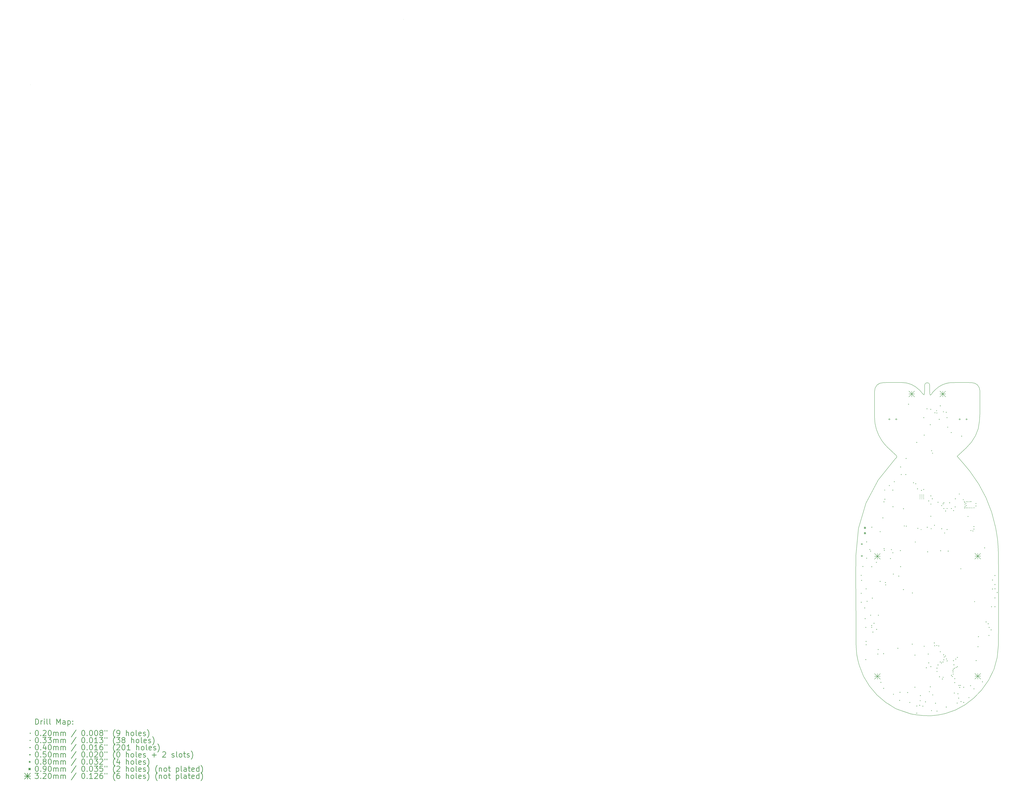
<source format=gbr>
%FSLAX45Y45*%
G04 Gerber Fmt 4.5, Leading zero omitted, Abs format (unit mm)*
G04 Created by KiCad (PCBNEW (5.0.2-5)-5) date Sunday, February 17, 2019 at 06:08:16 PM*
%MOMM*%
%LPD*%
G01*
G04 APERTURE LIST*
%ADD10C,0.200000*%
%ADD11C,0.300000*%
G04 APERTURE END LIST*
D10*
X12617964Y-21753735D02*
X12090286Y-22039172D01*
X13095782Y-21388600D02*
X12617964Y-21753735D01*
X13524708Y-20947509D02*
X13095782Y-21388600D01*
X13925508Y-20388541D02*
X13524708Y-20947509D01*
X14217343Y-19784993D02*
X13925508Y-20388541D01*
X14397006Y-19138453D02*
X14217343Y-19784993D01*
X14461291Y-18450505D02*
X14397006Y-19138453D01*
X14469058Y-17170990D02*
X14461291Y-18450505D01*
X6709145Y-11976439D02*
X7123719Y-10585186D01*
X6562811Y-13478856D02*
X6709145Y-11976439D01*
X6559148Y-14704307D02*
X6562811Y-13478856D01*
X6562760Y-15929813D02*
X6559148Y-14704307D01*
X6569460Y-17155341D02*
X6562760Y-15929813D01*
X6575061Y-18380862D02*
X6569460Y-17155341D01*
X6586155Y-18682876D02*
X6575061Y-18380862D01*
X6618236Y-18982020D02*
X6586155Y-18682876D01*
X6672211Y-19277006D02*
X6618236Y-18982020D01*
X6748990Y-19566547D02*
X6672211Y-19277006D01*
X6991788Y-20175510D02*
X6748990Y-19566547D01*
X10803457Y-4472840D02*
X10803457Y-4472840D01*
X8232332Y-21629265D02*
X8232332Y-21629265D01*
X8364798Y-21712115D02*
X8232332Y-21629265D01*
X8497263Y-21794965D02*
X8364798Y-21712115D01*
X8629729Y-21877816D02*
X8497263Y-21794965D01*
X8762194Y-21960666D02*
X8629729Y-21877816D01*
X8893529Y-22015230D02*
X8762194Y-21960666D01*
X9166618Y-22110733D02*
X8893529Y-22015230D01*
X9441925Y-22202764D02*
X9166618Y-22110733D01*
X8812681Y-8059332D02*
X8834778Y-8006090D01*
X8743703Y-8135910D02*
X8812681Y-8059332D01*
X7803062Y-9305031D02*
X8743703Y-8135910D01*
X7123719Y-10585186D02*
X7803062Y-9305031D01*
X7730843Y-4046041D02*
X7886534Y-3944652D01*
X7631946Y-4204639D02*
X7730843Y-4046041D01*
X7597037Y-4412865D02*
X7631946Y-4204639D01*
X7596270Y-4765342D02*
X7597037Y-4412865D01*
X7595831Y-5117820D02*
X7596270Y-4765342D01*
X7322109Y-20721636D02*
X6991788Y-20175510D01*
X7736706Y-21205896D02*
X7322109Y-20721636D01*
X8232332Y-21629265D02*
X7736706Y-21205896D01*
X7702871Y-6497695D02*
X7625430Y-6168044D01*
X7827701Y-6812331D02*
X7702871Y-6497695D01*
X7997666Y-7112563D02*
X7827701Y-6812331D01*
X8160052Y-7325964D02*
X7997666Y-7112563D01*
X8343466Y-7518230D02*
X8160052Y-7325964D01*
X8538143Y-7699184D02*
X8343466Y-7518230D01*
X8734320Y-7878646D02*
X8538143Y-7699184D01*
X8808992Y-7953442D02*
X8734320Y-7878646D01*
X8834778Y-8006090D02*
X8808992Y-7953442D01*
X10170007Y-4414007D02*
X10241891Y-4497729D01*
X10102836Y-4338388D02*
X10170007Y-4414007D01*
X9884619Y-4147538D02*
X10102836Y-4338388D01*
X9643452Y-4012452D02*
X9884619Y-4147538D01*
X9379454Y-3932501D02*
X9643452Y-4012452D01*
X9092747Y-3907057D02*
X9379454Y-3932501D01*
X8842517Y-3907624D02*
X9092747Y-3907057D01*
X8592282Y-3907308D02*
X8842517Y-3907624D01*
X8342048Y-3907116D02*
X8592282Y-3907308D01*
X8091823Y-3908055D02*
X8342048Y-3907116D01*
X7886534Y-3944652D02*
X8091823Y-3908055D01*
X11117059Y-22322405D02*
X10720000Y-22360000D01*
X11511781Y-22241174D02*
X11117059Y-22322405D01*
X12090286Y-22039172D02*
X11511781Y-22241174D01*
X12703547Y-8602128D02*
X12870160Y-8806568D01*
X12531022Y-8400816D02*
X12703547Y-8602128D01*
X12354630Y-8199268D02*
X12531022Y-8400816D01*
X12176419Y-7994121D02*
X12354630Y-8199268D01*
X12300561Y-7879097D02*
X12176419Y-7994121D01*
X12424856Y-7763983D02*
X12300561Y-7879097D01*
X12549160Y-7648705D02*
X12424856Y-7763983D01*
X12673327Y-7533188D02*
X12549160Y-7648705D01*
X12968238Y-7210951D02*
X12673327Y-7533188D01*
X13195264Y-6852909D02*
X12968238Y-7210951D01*
X13347587Y-6458579D02*
X13195264Y-6852909D01*
X13418390Y-6027476D02*
X13347587Y-6458579D01*
X13436263Y-5610871D02*
X13418390Y-6027476D01*
X13441789Y-5193451D02*
X13436263Y-5610871D01*
X13439912Y-4775693D02*
X13441789Y-5193451D01*
X13435576Y-4358076D02*
X13439912Y-4775693D01*
X13398667Y-4182130D02*
X13435576Y-4358076D01*
X13300954Y-4041501D02*
X13398667Y-4182130D01*
X13156618Y-3947453D02*
X13300954Y-4041501D01*
X12979841Y-3911251D02*
X13156618Y-3947453D01*
X12712244Y-3907348D02*
X12979841Y-3911251D01*
X12444602Y-3905661D02*
X12712244Y-3907348D01*
X12176956Y-3906189D02*
X12444602Y-3905661D01*
X11909350Y-3908932D02*
X12176956Y-3906189D01*
X11822727Y-3913348D02*
X11909350Y-3908932D01*
X11736042Y-3923435D02*
X11822727Y-3913348D01*
X11649838Y-3938179D02*
X11736042Y-3923435D01*
X11564659Y-3956569D02*
X11649838Y-3938179D01*
X11352930Y-4030336D02*
X11564659Y-3956569D01*
X11163795Y-4140648D02*
X11352930Y-4030336D01*
X14471941Y-15891430D02*
X14469058Y-17170990D01*
X14469268Y-14611882D02*
X14471941Y-15891430D01*
X14460369Y-13332406D02*
X14469268Y-14611882D01*
X14447931Y-12984614D02*
X14460369Y-13332406D01*
X14418256Y-12636520D02*
X14447931Y-12984614D01*
X14372850Y-12289988D02*
X14418256Y-12636520D01*
X14313218Y-11946881D02*
X14372850Y-12289988D01*
X14094884Y-11095556D02*
X14313218Y-11946881D01*
X13780436Y-10287956D02*
X14094884Y-11095556D01*
X13371615Y-9524741D02*
X13780436Y-10287956D01*
X12870160Y-8806568D02*
X13371615Y-9524741D01*
X10617243Y-3956450D02*
X10641992Y-4002115D01*
X10575943Y-3927506D02*
X10617243Y-3956450D01*
X10518066Y-3916980D02*
X10575943Y-3927506D01*
X10459914Y-3926661D02*
X10518066Y-3916980D01*
X10417463Y-3955419D02*
X10459914Y-3926661D01*
X10390456Y-4000576D02*
X10417463Y-3955419D01*
X10378635Y-4059455D02*
X10390456Y-4000576D01*
X7596144Y-5470295D02*
X7595831Y-5117820D01*
X7597633Y-5822763D02*
X7596144Y-5470295D01*
X7625430Y-6168044D02*
X7597633Y-5822763D01*
X10992528Y-4279543D02*
X11163795Y-4140648D01*
X10834404Y-4439056D02*
X10992528Y-4279543D01*
X10800306Y-4484554D02*
X10834404Y-4439056D01*
X10753518Y-4548238D02*
X10800306Y-4484554D01*
X10707671Y-4596903D02*
X10753518Y-4548238D01*
X10676394Y-4597346D02*
X10707671Y-4596903D01*
X10661352Y-4518564D02*
X10676394Y-4597346D01*
X10653551Y-4377453D02*
X10661352Y-4518564D01*
X10650627Y-4212654D02*
X10653551Y-4377453D01*
X10650216Y-4062808D02*
X10650627Y-4212654D01*
X10641992Y-4002115D02*
X10650216Y-4062808D01*
X10376649Y-4106722D02*
X10378635Y-4059455D01*
X10376359Y-4154106D02*
X10376649Y-4106722D01*
X10376842Y-4201542D02*
X10376359Y-4154106D01*
X10377175Y-4248962D02*
X10376842Y-4201542D01*
X10375607Y-4349557D02*
X10377175Y-4248962D01*
X10370153Y-4462699D02*
X10375607Y-4349557D01*
X10359437Y-4555074D02*
X10370153Y-4462699D01*
X10342079Y-4593367D02*
X10359437Y-4555074D01*
X10304059Y-4565526D02*
X10342079Y-4593367D01*
X10241891Y-4497729D02*
X10304059Y-4565526D01*
X9579912Y-22246913D02*
X9441925Y-22202764D01*
X9664449Y-22265442D02*
X9579912Y-22246913D01*
X9749522Y-22281667D02*
X9664449Y-22265442D01*
X9834917Y-22296367D02*
X9749522Y-22281667D01*
X9920420Y-22310320D02*
X9834917Y-22296367D01*
X10320992Y-22355469D02*
X9920420Y-22310320D01*
X10720000Y-22360000D02*
X10320992Y-22355469D01*
X-39178790Y12593623D02*
X-39178790Y12593623D01*
X-18509049Y16213604D02*
X-18509049Y16213604D01*
D10*
X10110000Y-10130000D02*
X10130000Y-10150000D01*
X10130000Y-10130000D02*
X10110000Y-10150000D01*
X10110000Y-10230000D02*
X10130000Y-10250000D01*
X10130000Y-10230000D02*
X10110000Y-10250000D01*
X10110000Y-10330000D02*
X10130000Y-10350000D01*
X10130000Y-10330000D02*
X10110000Y-10350000D01*
X10210000Y-10130000D02*
X10230000Y-10150000D01*
X10230000Y-10130000D02*
X10210000Y-10150000D01*
X10210000Y-10230000D02*
X10230000Y-10250000D01*
X10230000Y-10230000D02*
X10210000Y-10250000D01*
X10210000Y-10330000D02*
X10230000Y-10350000D01*
X10230000Y-10330000D02*
X10210000Y-10350000D01*
X10310000Y-10130000D02*
X10330000Y-10150000D01*
X10330000Y-10130000D02*
X10310000Y-10150000D01*
X10310000Y-10230000D02*
X10330000Y-10250000D01*
X10330000Y-10230000D02*
X10310000Y-10250000D01*
X10310000Y-10330000D02*
X10330000Y-10350000D01*
X10330000Y-10330000D02*
X10310000Y-10350000D01*
X8179510Y-9862000D02*
G75*
G03X8179510Y-9862000I-16510J0D01*
G01*
X8711510Y-9401000D02*
G75*
G03X8711510Y-9401000I-16510J0D01*
G01*
X9266090Y-11851800D02*
G75*
G03X9266090Y-11851800I-16510J0D01*
G01*
X9876510Y-12740000D02*
G75*
G03X9876510Y-12740000I-16510J0D01*
G01*
X10016510Y-11980000D02*
G75*
G03X10016510Y-11980000I-16510J0D01*
G01*
X10196510Y-12048200D02*
G75*
G03X10196510Y-12048200I-16510J0D01*
G01*
X10346510Y-5852500D02*
G75*
G03X10346510Y-5852500I-16510J0D01*
G01*
X10522510Y-5363000D02*
G75*
G03X10522510Y-5363000I-16510J0D01*
G01*
X10656759Y-21027094D02*
G75*
G03X10656759Y-21027094I-16510J0D01*
G01*
X10736510Y-11311800D02*
G75*
G03X10736510Y-11311800I-16510J0D01*
G01*
X10740510Y-10638000D02*
G75*
G03X10740510Y-10638000I-16510J0D01*
G01*
X10756510Y-12000000D02*
G75*
G03X10756510Y-12000000I-16510J0D01*
G01*
X10830510Y-7817000D02*
G75*
G03X10830510Y-7817000I-16510J0D01*
G01*
X10836510Y-21205000D02*
G75*
G03X10836510Y-21205000I-16510J0D01*
G01*
X10936510Y-11811749D02*
G75*
G03X10936510Y-11811749I-16510J0D01*
G01*
X10964510Y-5578000D02*
G75*
G03X10964510Y-5578000I-16510J0D01*
G01*
X11052510Y-5469000D02*
G75*
G03X11052510Y-5469000I-16510J0D01*
G01*
X11068011Y-5590000D02*
G75*
G03X11068011Y-5590000I-16510J0D01*
G01*
X11431916Y-5527407D02*
G75*
G03X11431916Y-5527407I-16510J0D01*
G01*
X11498910Y-12240600D02*
G75*
G03X11498910Y-12240600I-16510J0D01*
G01*
X11590510Y-5555000D02*
G75*
G03X11590510Y-5555000I-16510J0D01*
G01*
X11633510Y-5851000D02*
G75*
G03X11633510Y-5851000I-16510J0D01*
G01*
X11995717Y-10996611D02*
G75*
G03X11995717Y-10996611I-16510J0D01*
G01*
X12312510Y-10082000D02*
G75*
G03X12312510Y-10082000I-16510J0D01*
G01*
X12396510Y-14220000D02*
G75*
G03X12396510Y-14220000I-16510J0D01*
G01*
X12532870Y-10392352D02*
G75*
G03X12532870Y-10392352I-16510J0D01*
G01*
X12613332Y-10561281D02*
G75*
G03X12613332Y-10561281I-16510J0D01*
G01*
X12626510Y-10668251D02*
G75*
G03X12626510Y-10668251I-16510J0D01*
G01*
X12627810Y-10778000D02*
G75*
G03X12627810Y-10778000I-16510J0D01*
G01*
X12696610Y-10845000D02*
G75*
G03X12696610Y-10845000I-16510J0D01*
G01*
X12703110Y-10504100D02*
G75*
G03X12703110Y-10504100I-16510J0D01*
G01*
X12791510Y-10504000D02*
G75*
G03X12791510Y-10504000I-16510J0D01*
G01*
X12791510Y-10845000D02*
G75*
G03X12791510Y-10845000I-16510J0D01*
G01*
X12891587Y-10504497D02*
G75*
G03X12891587Y-10504497I-16510J0D01*
G01*
X12901510Y-10848000D02*
G75*
G03X12901510Y-10848000I-16510J0D01*
G01*
X12959759Y-10501000D02*
G75*
G03X12959759Y-10501000I-16510J0D01*
G01*
X13011510Y-10850000D02*
G75*
G03X13011510Y-10850000I-16510J0D01*
G01*
X13123510Y-10843000D02*
G75*
G03X13123510Y-10843000I-16510J0D01*
G01*
X6860530Y-15557400D02*
X6860530Y-15597400D01*
X6840530Y-15577400D02*
X6880530Y-15577400D01*
X6860550Y-14562070D02*
X6860550Y-14602070D01*
X6840550Y-14582070D02*
X6880550Y-14582070D01*
X6863090Y-16053910D02*
X6863090Y-16093910D01*
X6843090Y-16073910D02*
X6883090Y-16073910D01*
X6879190Y-14841550D02*
X6879190Y-14881550D01*
X6859190Y-14861550D02*
X6899190Y-14861550D01*
X6950470Y-14071000D02*
X6950470Y-14111000D01*
X6930470Y-14091000D02*
X6970470Y-14091000D01*
X7053380Y-16367400D02*
X7053380Y-16407400D01*
X7033380Y-16387400D02*
X7073380Y-16387400D01*
X7079190Y-16957620D02*
X7079190Y-16997620D01*
X7059190Y-16977620D02*
X7099190Y-16977620D01*
X7111060Y-19226650D02*
X7111060Y-19266650D01*
X7091060Y-19246650D02*
X7131060Y-19246650D01*
X7114000Y-17444000D02*
X7114000Y-17484000D01*
X7094000Y-17464000D02*
X7134000Y-17464000D01*
X7130000Y-18220000D02*
X7130000Y-18260000D01*
X7110000Y-18240000D02*
X7150000Y-18240000D01*
X7133000Y-15309000D02*
X7133000Y-15349000D01*
X7113000Y-15329000D02*
X7153000Y-15329000D01*
X7135000Y-18403000D02*
X7135000Y-18443000D01*
X7115000Y-18423000D02*
X7155000Y-18423000D01*
X7160000Y-12708660D02*
X7160000Y-12748660D01*
X7140000Y-12728660D02*
X7180000Y-12728660D01*
X7160000Y-13612490D02*
X7160000Y-13652490D01*
X7140000Y-13632490D02*
X7180000Y-13632490D01*
X7185690Y-15999760D02*
X7185690Y-16039760D01*
X7165690Y-16019760D02*
X7205690Y-16019760D01*
X7338000Y-13129000D02*
X7338000Y-13169000D01*
X7318000Y-13149000D02*
X7358000Y-13149000D01*
X7380000Y-13220000D02*
X7380000Y-13260000D01*
X7360000Y-13240000D02*
X7400000Y-13240000D01*
X7381000Y-16770000D02*
X7381000Y-16810000D01*
X7361000Y-16790000D02*
X7401000Y-16790000D01*
X7440000Y-17340000D02*
X7440000Y-17380000D01*
X7420000Y-17360000D02*
X7460000Y-17360000D01*
X7440000Y-17439000D02*
X7440000Y-17479000D01*
X7420000Y-17459000D02*
X7460000Y-17459000D01*
X7442000Y-14084000D02*
X7442000Y-14124000D01*
X7422000Y-14104000D02*
X7462000Y-14104000D01*
X7449170Y-11895230D02*
X7449170Y-11935230D01*
X7429170Y-11915230D02*
X7469170Y-11915230D01*
X7476518Y-15825014D02*
X7476518Y-15865014D01*
X7456518Y-15845014D02*
X7496518Y-15845014D01*
X7507000Y-17703000D02*
X7507000Y-17743000D01*
X7487000Y-17723000D02*
X7527000Y-17723000D01*
X7569380Y-17215380D02*
X7569380Y-17255380D01*
X7549380Y-17235380D02*
X7589380Y-17235380D01*
X7701250Y-13839670D02*
X7701250Y-13879670D01*
X7681250Y-13859670D02*
X7721250Y-13859670D01*
X7713772Y-17554740D02*
X7713772Y-17594740D01*
X7693772Y-17574740D02*
X7733772Y-17574740D01*
X7780014Y-18919986D02*
X7780014Y-18959986D01*
X7760014Y-18939986D02*
X7800014Y-18939986D01*
X7800000Y-18670000D02*
X7800000Y-18710000D01*
X7780000Y-18690000D02*
X7820000Y-18690000D01*
X7813000Y-16770000D02*
X7813000Y-16810000D01*
X7793000Y-16790000D02*
X7833000Y-16790000D01*
X7907326Y-14895326D02*
X7907326Y-14935326D01*
X7887326Y-14915326D02*
X7927326Y-14915326D01*
X7912000Y-12141000D02*
X7912000Y-12181000D01*
X7892000Y-12161000D02*
X7932000Y-12161000D01*
X7951070Y-20488644D02*
X7951070Y-20528644D01*
X7931070Y-20508644D02*
X7971070Y-20508644D01*
X8059440Y-11379310D02*
X8059440Y-11419310D01*
X8039440Y-11399310D02*
X8079440Y-11399310D01*
X8100000Y-18900000D02*
X8100000Y-18940000D01*
X8080000Y-18920000D02*
X8120000Y-18920000D01*
X8102770Y-20818360D02*
X8102770Y-20858360D01*
X8082770Y-20838360D02*
X8122770Y-20838360D01*
X8120850Y-10490680D02*
X8120850Y-10530680D01*
X8100850Y-10510680D02*
X8140850Y-10510680D01*
X8127333Y-13081007D02*
X8127333Y-13121007D01*
X8107333Y-13101007D02*
X8147333Y-13101007D01*
X8141022Y-13176184D02*
X8141022Y-13216184D01*
X8121022Y-13196184D02*
X8161022Y-13196184D01*
X8169550Y-10345730D02*
X8169550Y-10385730D01*
X8149550Y-10365730D02*
X8189550Y-10365730D01*
X8200000Y-14959051D02*
X8200000Y-14999051D01*
X8180000Y-14979051D02*
X8220000Y-14979051D01*
X8215000Y-15089000D02*
X8215000Y-15129000D01*
X8195000Y-15109000D02*
X8235000Y-15109000D01*
X8418750Y-9587400D02*
X8418750Y-9627400D01*
X8398750Y-9607400D02*
X8438750Y-9607400D01*
X8480000Y-13630000D02*
X8480000Y-13670000D01*
X8460000Y-13650000D02*
X8500000Y-13650000D01*
X8536240Y-13137020D02*
X8536240Y-13177020D01*
X8516240Y-13157020D02*
X8556240Y-13157020D01*
X8610000Y-9842000D02*
X8610000Y-9882000D01*
X8590000Y-9862000D02*
X8630000Y-9862000D01*
X8612700Y-13310020D02*
X8612700Y-13350020D01*
X8592700Y-13330020D02*
X8632700Y-13330020D01*
X8619236Y-10760724D02*
X8619236Y-10800724D01*
X8599236Y-10780724D02*
X8639236Y-10780724D01*
X8642000Y-14492000D02*
X8642000Y-14532000D01*
X8622000Y-14512000D02*
X8662000Y-14512000D01*
X8647910Y-21147670D02*
X8647910Y-21187670D01*
X8627910Y-21167670D02*
X8667910Y-21167670D01*
X8890481Y-18602539D02*
X8890481Y-18642539D01*
X8870481Y-18622539D02*
X8910481Y-18622539D01*
X8940044Y-14605797D02*
X8940044Y-14645797D01*
X8920044Y-14625797D02*
X8960044Y-14625797D01*
X8988740Y-21488500D02*
X8988740Y-21528500D01*
X8968740Y-21508500D02*
X9008740Y-21508500D01*
X9007621Y-21040000D02*
X9007621Y-21080000D01*
X8987621Y-21060000D02*
X9027621Y-21060000D01*
X9030000Y-13190000D02*
X9030000Y-13230000D01*
X9010000Y-13210000D02*
X9050000Y-13210000D01*
X9041250Y-14080000D02*
X9041250Y-14120000D01*
X9021250Y-14100000D02*
X9061250Y-14100000D01*
X9042740Y-8559530D02*
X9042740Y-8599530D01*
X9022740Y-8579530D02*
X9062740Y-8579530D01*
X9079260Y-8979150D02*
X9079260Y-9019150D01*
X9059260Y-8999150D02*
X9099260Y-8999150D01*
X9201493Y-15349701D02*
X9201493Y-15389701D01*
X9181493Y-15369701D02*
X9221493Y-15369701D01*
X9204150Y-10872100D02*
X9204150Y-10912100D01*
X9184150Y-10892100D02*
X9224150Y-10892100D01*
X9330710Y-8979150D02*
X9330710Y-9019150D01*
X9310710Y-8999150D02*
X9350710Y-8999150D01*
X9346750Y-8087360D02*
X9346750Y-8127360D01*
X9326750Y-8107360D02*
X9366750Y-8107360D01*
X9358951Y-11837579D02*
X9358951Y-11877579D01*
X9338951Y-11857579D02*
X9378951Y-11857579D01*
X9430744Y-21050744D02*
X9430744Y-21090744D01*
X9410744Y-21070744D02*
X9450744Y-21070744D01*
X9483000Y-5084000D02*
X9483000Y-5124000D01*
X9463000Y-5104000D02*
X9503000Y-5104000D01*
X9554030Y-21600170D02*
X9554030Y-21640170D01*
X9534030Y-21620170D02*
X9574030Y-21620170D01*
X9688839Y-18373087D02*
X9688839Y-18413087D01*
X9668839Y-18393087D02*
X9708839Y-18393087D01*
X9697000Y-15535000D02*
X9697000Y-15575000D01*
X9677000Y-15555000D02*
X9717000Y-15555000D01*
X9757740Y-9430482D02*
X9757740Y-9470482D01*
X9737740Y-9450482D02*
X9777740Y-9450482D01*
X9835400Y-20756600D02*
X9835400Y-20796600D01*
X9815400Y-20776600D02*
X9855400Y-20776600D01*
X9840000Y-18980000D02*
X9840000Y-19020000D01*
X9820000Y-19000000D02*
X9860000Y-19000000D01*
X9880000Y-9488103D02*
X9880000Y-9528103D01*
X9860000Y-9508103D02*
X9900000Y-9508103D01*
X9937621Y-7200000D02*
X9937621Y-7240000D01*
X9917621Y-7220000D02*
X9957621Y-7220000D01*
X9940000Y-21800000D02*
X9940000Y-21840000D01*
X9920000Y-21820000D02*
X9960000Y-21820000D01*
X9940000Y-22195000D02*
X9940000Y-22235000D01*
X9920000Y-22215000D02*
X9960000Y-22215000D01*
X9980000Y-9771379D02*
X9980000Y-9811379D01*
X9960000Y-9791379D02*
X10000000Y-9791379D01*
X10100000Y-21760000D02*
X10100000Y-21800000D01*
X10080000Y-21780000D02*
X10120000Y-21780000D01*
X10129256Y-21502379D02*
X10129256Y-21542379D01*
X10109256Y-21522379D02*
X10149256Y-21522379D01*
X10140000Y-21220000D02*
X10140000Y-21260000D01*
X10120000Y-21240000D02*
X10160000Y-21240000D01*
X10201000Y-9857000D02*
X10201000Y-9897000D01*
X10181000Y-9877000D02*
X10221000Y-9877000D01*
X10275200Y-21807710D02*
X10275200Y-21847710D01*
X10255200Y-21827710D02*
X10295200Y-21827710D01*
X10324020Y-9804040D02*
X10324020Y-9844040D01*
X10304020Y-9824040D02*
X10344020Y-9824040D01*
X10350000Y-18488000D02*
X10350000Y-18528000D01*
X10330000Y-18508000D02*
X10370000Y-18508000D01*
X10352150Y-6796341D02*
X10352150Y-6836341D01*
X10332150Y-6816341D02*
X10372150Y-6816341D01*
X10423091Y-21567006D02*
X10423091Y-21607006D01*
X10403091Y-21587006D02*
X10443091Y-21587006D01*
X10470000Y-19680000D02*
X10470000Y-19720000D01*
X10450000Y-19700000D02*
X10490000Y-19700000D01*
X10520000Y-11897621D02*
X10520000Y-11937621D01*
X10500000Y-11917621D02*
X10540000Y-11917621D01*
X10540000Y-13260000D02*
X10540000Y-13300000D01*
X10520000Y-13280000D02*
X10560000Y-13280000D01*
X10576689Y-18921368D02*
X10576689Y-18961368D01*
X10556689Y-18941368D02*
X10596689Y-18941368D01*
X10600000Y-10440000D02*
X10600000Y-10480000D01*
X10580000Y-10460000D02*
X10620000Y-10460000D01*
X10600000Y-19410000D02*
X10600000Y-19450000D01*
X10580000Y-19430000D02*
X10620000Y-19430000D01*
X10689000Y-6219000D02*
X10689000Y-6259000D01*
X10669000Y-6239000D02*
X10709000Y-6239000D01*
X10692000Y-20736000D02*
X10692000Y-20776000D01*
X10672000Y-20756000D02*
X10712000Y-20756000D01*
X10713842Y-5367594D02*
X10713842Y-5407594D01*
X10693842Y-5387594D02*
X10733842Y-5387594D01*
X10720000Y-10160000D02*
X10720000Y-10200000D01*
X10700000Y-10180000D02*
X10740000Y-10180000D01*
X10720024Y-19618535D02*
X10720024Y-19658535D01*
X10700024Y-19638535D02*
X10740024Y-19638535D01*
X10755980Y-22052530D02*
X10755980Y-22092530D01*
X10735980Y-22072530D02*
X10775980Y-22072530D01*
X10761354Y-7658681D02*
X10761354Y-7698681D01*
X10741354Y-7678681D02*
X10781354Y-7678681D01*
X10800000Y-10320000D02*
X10800000Y-10360000D01*
X10780000Y-10340000D02*
X10820000Y-10340000D01*
X10909562Y-18304036D02*
X10909562Y-18344036D01*
X10889562Y-18324036D02*
X10929562Y-18324036D01*
X10933000Y-18461000D02*
X10933000Y-18501000D01*
X10913000Y-18481000D02*
X10953000Y-18481000D01*
X10980000Y-21642379D02*
X10980000Y-21682379D01*
X10960000Y-21662379D02*
X11000000Y-21662379D01*
X11049250Y-18445923D02*
X11049250Y-18485923D01*
X11029250Y-18465923D02*
X11069250Y-18465923D01*
X11059279Y-19700768D02*
X11059279Y-19740768D01*
X11039279Y-19720768D02*
X11079279Y-19720768D01*
X11060000Y-19886491D02*
X11060000Y-19926491D01*
X11040000Y-19906491D02*
X11080000Y-19906491D01*
X11060000Y-22080000D02*
X11060000Y-22120000D01*
X11040000Y-22100000D02*
X11080000Y-22100000D01*
X11116200Y-10513700D02*
X11116200Y-10553700D01*
X11096200Y-10533700D02*
X11136200Y-10533700D01*
X11116900Y-19523616D02*
X11116900Y-19563616D01*
X11096900Y-19543616D02*
X11136900Y-19543616D01*
X11155782Y-18470967D02*
X11155782Y-18510967D01*
X11135782Y-18490967D02*
X11175782Y-18490967D01*
X11184000Y-5922000D02*
X11184000Y-5962000D01*
X11164000Y-5942000D02*
X11204000Y-5942000D01*
X11200000Y-20180000D02*
X11200000Y-20220000D01*
X11180000Y-20200000D02*
X11220000Y-20200000D01*
X11241237Y-19361475D02*
X11241237Y-19401475D01*
X11221237Y-19381475D02*
X11261237Y-19381475D01*
X11243000Y-18793000D02*
X11243000Y-18833000D01*
X11223000Y-18813000D02*
X11263000Y-18813000D01*
X11244000Y-5173000D02*
X11244000Y-5213000D01*
X11224000Y-5193000D02*
X11264000Y-5193000D01*
X11260000Y-13200000D02*
X11260000Y-13240000D01*
X11240000Y-13220000D02*
X11280000Y-13220000D01*
X11313682Y-19415242D02*
X11313682Y-19455242D01*
X11293682Y-19435242D02*
X11333682Y-19435242D01*
X11320000Y-10700021D02*
X11320000Y-10740021D01*
X11300000Y-10720021D02*
X11340000Y-10720021D01*
X11320000Y-11980000D02*
X11320000Y-12020000D01*
X11300000Y-12000000D02*
X11340000Y-12000000D01*
X11361000Y-20303000D02*
X11361000Y-20343000D01*
X11341000Y-20323000D02*
X11381000Y-20323000D01*
X11392947Y-19357621D02*
X11392947Y-19397621D01*
X11372947Y-19377621D02*
X11412947Y-19377621D01*
X11395600Y-10606600D02*
X11395600Y-10646600D01*
X11375600Y-10626600D02*
X11415600Y-10626600D01*
X11400000Y-20208000D02*
X11400000Y-20248000D01*
X11380000Y-20228000D02*
X11420000Y-20228000D01*
X11427139Y-18960000D02*
X11427139Y-19000000D01*
X11407139Y-18980000D02*
X11447139Y-18980000D01*
X11435205Y-19240242D02*
X11435205Y-19280242D01*
X11415205Y-19260242D02*
X11455205Y-19260242D01*
X11440000Y-10540000D02*
X11440000Y-10580000D01*
X11420000Y-10560000D02*
X11460000Y-10560000D01*
X11440000Y-10860000D02*
X11440000Y-10900000D01*
X11420000Y-10880000D02*
X11460000Y-10880000D01*
X11462863Y-19080000D02*
X11462863Y-19120000D01*
X11442863Y-19100000D02*
X11482863Y-19100000D01*
X11527212Y-19026619D02*
X11527212Y-19066619D01*
X11507212Y-19046619D02*
X11547212Y-19046619D01*
X11537020Y-10997360D02*
X11537020Y-11037360D01*
X11517020Y-11017360D02*
X11557020Y-11017360D01*
X11573070Y-21856950D02*
X11573070Y-21896950D01*
X11553070Y-21876950D02*
X11593070Y-21876950D01*
X11585687Y-19193602D02*
X11585687Y-19233602D01*
X11565687Y-19213602D02*
X11605687Y-19213602D01*
X11620000Y-12022379D02*
X11620000Y-12062379D01*
X11600000Y-12042379D02*
X11640000Y-12042379D01*
X11620021Y-10860000D02*
X11620021Y-10900000D01*
X11600021Y-10880000D02*
X11640021Y-10880000D01*
X11623374Y-19300000D02*
X11623374Y-19340000D01*
X11603374Y-19320000D02*
X11643374Y-19320000D01*
X11653000Y-6356000D02*
X11653000Y-6396000D01*
X11633000Y-6376000D02*
X11673000Y-6376000D01*
X11680000Y-13220000D02*
X11680000Y-13260000D01*
X11660000Y-13240000D02*
X11700000Y-13240000D01*
X11760021Y-10540000D02*
X11760021Y-10580000D01*
X11740021Y-10560000D02*
X11780021Y-10560000D01*
X11851000Y-6651000D02*
X11851000Y-6691000D01*
X11831000Y-6671000D02*
X11871000Y-6671000D01*
X11860000Y-10860000D02*
X11860000Y-10900000D01*
X11840000Y-10880000D02*
X11880000Y-10880000D01*
X11860744Y-20099256D02*
X11860744Y-20139256D01*
X11840744Y-20119256D02*
X11880744Y-20119256D01*
X11908750Y-20164950D02*
X11908750Y-20204950D01*
X11888750Y-20184950D02*
X11928750Y-20184950D01*
X11944645Y-19833390D02*
X11944645Y-19873390D01*
X11924645Y-19853390D02*
X11964645Y-19853390D01*
X11949241Y-19913259D02*
X11949241Y-19953259D01*
X11929241Y-19933259D02*
X11969241Y-19933259D01*
X11957054Y-20028799D02*
X11957054Y-20068799D01*
X11937054Y-20048799D02*
X11977054Y-20048799D01*
X11965918Y-19756269D02*
X11965918Y-19796269D01*
X11945918Y-19776269D02*
X11985918Y-19776269D01*
X11973117Y-19287138D02*
X11973117Y-19327138D01*
X11953117Y-19307138D02*
X11993117Y-19307138D01*
X11997000Y-19516000D02*
X11997000Y-19556000D01*
X11977000Y-19536000D02*
X12017000Y-19536000D01*
X12020000Y-21080000D02*
X12020000Y-21120000D01*
X12000000Y-21100000D02*
X12040000Y-21100000D01*
X12031996Y-19711170D02*
X12031996Y-19751170D01*
X12011996Y-19731170D02*
X12051996Y-19731170D01*
X12042379Y-20500000D02*
X12042379Y-20540000D01*
X12022379Y-20520000D02*
X12062379Y-20520000D01*
X12044194Y-20282706D02*
X12044194Y-20322706D01*
X12024194Y-20302706D02*
X12064194Y-20302706D01*
X12068100Y-10769600D02*
X12068100Y-10809600D01*
X12048100Y-10789600D02*
X12088100Y-10789600D01*
X12080700Y-10319300D02*
X12080700Y-10359300D01*
X12060700Y-10339300D02*
X12100700Y-10339300D01*
X12100000Y-19200000D02*
X12100000Y-19240000D01*
X12080000Y-19220000D02*
X12120000Y-19220000D01*
X12121426Y-19665650D02*
X12121426Y-19705650D01*
X12101426Y-19685650D02*
X12141426Y-19685650D01*
X12177590Y-21634310D02*
X12177590Y-21674310D01*
X12157590Y-21654310D02*
X12197590Y-21654310D01*
X12187188Y-19620092D02*
X12187188Y-19660092D01*
X12167188Y-19640092D02*
X12207188Y-19640092D01*
X12190000Y-19107138D02*
X12190000Y-19147138D01*
X12170000Y-19127138D02*
X12210000Y-19127138D01*
X12220000Y-21120000D02*
X12220000Y-21160000D01*
X12200000Y-21140000D02*
X12240000Y-21140000D01*
X12260000Y-21360000D02*
X12260000Y-21400000D01*
X12240000Y-21380000D02*
X12280000Y-21380000D01*
X12277621Y-20658480D02*
X12277621Y-20698480D01*
X12257621Y-20678480D02*
X12297621Y-20678480D01*
X12318300Y-20772231D02*
X12318300Y-20812231D01*
X12298300Y-20792231D02*
X12338300Y-20792231D01*
X12357536Y-20654779D02*
X12357536Y-20694779D01*
X12337536Y-20674779D02*
X12377536Y-20674779D01*
X12391390Y-21549740D02*
X12391390Y-21589740D01*
X12371390Y-21569740D02*
X12411390Y-21569740D01*
X12425000Y-6853000D02*
X12425000Y-6893000D01*
X12405000Y-6873000D02*
X12445000Y-6873000D01*
X12540000Y-20760000D02*
X12540000Y-20800000D01*
X12520000Y-20780000D02*
X12560000Y-20780000D01*
X12540000Y-21600000D02*
X12540000Y-21640000D01*
X12520000Y-21620000D02*
X12560000Y-21620000D01*
X12577179Y-10469800D02*
X12577179Y-10509800D01*
X12557179Y-10489800D02*
X12597179Y-10489800D01*
X12590700Y-10829300D02*
X12590700Y-10869300D01*
X12570700Y-10849300D02*
X12610700Y-10849300D01*
X12660028Y-10580017D02*
X12660028Y-10620017D01*
X12640028Y-10600017D02*
X12680028Y-10600017D01*
X12680000Y-10700000D02*
X12680000Y-10740000D01*
X12660000Y-10720000D02*
X12700000Y-10720000D01*
X12780000Y-11300000D02*
X12780000Y-11340000D01*
X12760000Y-11320000D02*
X12800000Y-11320000D01*
X12829140Y-21332640D02*
X12829140Y-21372640D01*
X12809140Y-21352640D02*
X12849140Y-21352640D01*
X12922000Y-20673000D02*
X12922000Y-20713000D01*
X12902000Y-20693000D02*
X12942000Y-20693000D01*
X12940000Y-12080000D02*
X12940000Y-12120000D01*
X12920000Y-12100000D02*
X12960000Y-12100000D01*
X13050000Y-12103000D02*
X13050000Y-12143000D01*
X13030000Y-12123000D02*
X13070000Y-12123000D01*
X13107621Y-11860466D02*
X13107621Y-11900466D01*
X13087621Y-11880466D02*
X13127621Y-11880466D01*
X13107621Y-12001192D02*
X13107621Y-12041192D01*
X13087621Y-12021192D02*
X13127621Y-12021192D01*
X13109580Y-20846230D02*
X13109580Y-20886230D01*
X13089580Y-20866230D02*
X13129580Y-20866230D01*
X13142390Y-16016940D02*
X13142390Y-16056940D01*
X13122390Y-16036940D02*
X13162390Y-16036940D01*
X13220000Y-10580000D02*
X13220000Y-10620000D01*
X13200000Y-10600000D02*
X13240000Y-10600000D01*
X13220000Y-10720000D02*
X13220000Y-10760000D01*
X13200000Y-10740000D02*
X13240000Y-10740000D01*
X13232000Y-19281000D02*
X13232000Y-19321000D01*
X13212000Y-19301000D02*
X13252000Y-19301000D01*
X13333148Y-18514101D02*
X13333148Y-18554101D01*
X13313148Y-18534101D02*
X13353148Y-18534101D01*
X13359110Y-17958740D02*
X13359110Y-17998740D01*
X13339110Y-17978740D02*
X13379110Y-17978740D01*
X13579950Y-20458350D02*
X13579950Y-20498350D01*
X13559950Y-20478350D02*
X13599950Y-20478350D01*
X13700000Y-13040000D02*
X13700000Y-13080000D01*
X13680000Y-13060000D02*
X13720000Y-13060000D01*
X13780000Y-17140000D02*
X13780000Y-17180000D01*
X13760000Y-17160000D02*
X13800000Y-17160000D01*
X13900000Y-17240000D02*
X13900000Y-17280000D01*
X13880000Y-17260000D02*
X13920000Y-17260000D01*
X13940000Y-17890000D02*
X13940000Y-17930000D01*
X13920000Y-17910000D02*
X13960000Y-17910000D01*
X13949858Y-17446000D02*
X13949858Y-17486000D01*
X13929858Y-17466000D02*
X13969858Y-17466000D01*
X14060000Y-17580000D02*
X14060000Y-17620000D01*
X14040000Y-17600000D02*
X14080000Y-17600000D01*
X14082450Y-16298870D02*
X14082450Y-16338870D01*
X14062450Y-16318870D02*
X14102450Y-16318870D01*
X14137740Y-14821000D02*
X14137740Y-14861000D01*
X14117740Y-14841000D02*
X14157740Y-14841000D01*
X14137740Y-15319010D02*
X14137740Y-15359010D01*
X14117740Y-15339010D02*
X14157740Y-15339010D01*
X14272830Y-14571000D02*
X14272830Y-14611000D01*
X14252830Y-14591000D02*
X14292830Y-14591000D01*
X14272830Y-15071000D02*
X14272830Y-15111000D01*
X14252830Y-15091000D02*
X14292830Y-15091000D01*
X14272830Y-15808940D02*
X14272830Y-15848940D01*
X14252830Y-15828940D02*
X14292830Y-15828940D01*
X14272830Y-16298870D02*
X14272830Y-16338870D01*
X14252830Y-16318870D02*
X14292830Y-16318870D01*
X14275330Y-15305530D02*
X14275330Y-15345530D01*
X14255330Y-15325530D02*
X14295330Y-15325530D01*
X14399600Y-15511990D02*
X14399600Y-15551990D01*
X14379600Y-15531990D02*
X14419600Y-15531990D01*
X6910678Y-12867678D02*
X6910678Y-12832322D01*
X6875322Y-12832322D01*
X6875322Y-12867678D01*
X6910678Y-12867678D01*
X6858000Y-12865000D02*
X6928000Y-12865000D01*
X6858000Y-12835000D02*
X6928000Y-12835000D01*
X6928000Y-12865000D02*
G75*
G03X6928000Y-12835000I0J15000D01*
G01*
X6858000Y-12835000D02*
G75*
G03X6858000Y-12865000I0J-15000D01*
G01*
X6910678Y-13527678D02*
X6910678Y-13492322D01*
X6875322Y-13492322D01*
X6875322Y-13527678D01*
X6910678Y-13527678D01*
X6858000Y-13525000D02*
X6928000Y-13525000D01*
X6858000Y-13495000D02*
X6928000Y-13495000D01*
X6928000Y-13525000D02*
G75*
G03X6928000Y-13495000I0J15000D01*
G01*
X6858000Y-13495000D02*
G75*
G03X6858000Y-13525000I0J-15000D01*
G01*
X8420000Y-5980005D02*
X8460005Y-5940000D01*
X8420000Y-5899995D01*
X8379995Y-5940000D01*
X8420000Y-5980005D01*
X8801000Y-5980005D02*
X8841005Y-5940000D01*
X8801000Y-5899995D01*
X8760995Y-5940000D01*
X8801000Y-5980005D01*
X12320000Y-5980005D02*
X12360005Y-5940000D01*
X12320000Y-5899995D01*
X12279995Y-5940000D01*
X12320000Y-5980005D01*
X12701000Y-5980005D02*
X12741005Y-5940000D01*
X12701000Y-5899995D01*
X12660995Y-5940000D01*
X12701000Y-5980005D01*
X7022000Y-11905000D02*
X7112000Y-11995000D01*
X7112000Y-11905000D02*
X7022000Y-11995000D01*
X7112000Y-11950000D02*
G75*
G03X7112000Y-11950000I-45000J0D01*
G01*
X7022000Y-12205000D02*
X7112000Y-12295000D01*
X7112000Y-12205000D02*
X7022000Y-12295000D01*
X7112000Y-12250000D02*
G75*
G03X7112000Y-12250000I-45000J0D01*
G01*
X7597000Y-20020000D02*
X7917000Y-20340000D01*
X7917000Y-20020000D02*
X7597000Y-20340000D01*
X7757000Y-20020000D02*
X7757000Y-20340000D01*
X7597000Y-20180000D02*
X7917000Y-20180000D01*
X13161000Y-13362000D02*
X13481000Y-13682000D01*
X13481000Y-13362000D02*
X13161000Y-13682000D01*
X13321000Y-13362000D02*
X13321000Y-13682000D01*
X13161000Y-13522000D02*
X13481000Y-13522000D01*
X7597000Y-13370000D02*
X7917000Y-13690000D01*
X7917000Y-13370000D02*
X7597000Y-13690000D01*
X7757000Y-13370000D02*
X7757000Y-13690000D01*
X7597000Y-13530000D02*
X7917000Y-13530000D01*
X11220000Y-4380000D02*
X11540000Y-4700000D01*
X11540000Y-4380000D02*
X11220000Y-4700000D01*
X11380000Y-4380000D02*
X11380000Y-4700000D01*
X11220000Y-4540000D02*
X11540000Y-4540000D01*
X13161000Y-20012000D02*
X13481000Y-20332000D01*
X13481000Y-20012000D02*
X13161000Y-20332000D01*
X13321000Y-20012000D02*
X13321000Y-20332000D01*
X13161000Y-20172000D02*
X13481000Y-20172000D01*
X9500000Y-4380000D02*
X9820000Y-4700000D01*
X9820000Y-4380000D02*
X9500000Y-4700000D01*
X9660000Y-4380000D02*
X9660000Y-4700000D01*
X9500000Y-4540000D02*
X9820000Y-4540000D01*
D11*
X-38902361Y-22835714D02*
X-38902361Y-22535714D01*
X-38830933Y-22535714D01*
X-38788076Y-22550000D01*
X-38759504Y-22578571D01*
X-38745218Y-22607143D01*
X-38730933Y-22664286D01*
X-38730933Y-22707143D01*
X-38745218Y-22764286D01*
X-38759504Y-22792857D01*
X-38788076Y-22821429D01*
X-38830933Y-22835714D01*
X-38902361Y-22835714D01*
X-38602361Y-22835714D02*
X-38602361Y-22635714D01*
X-38602361Y-22692857D02*
X-38588076Y-22664286D01*
X-38573790Y-22650000D01*
X-38545218Y-22635714D01*
X-38516647Y-22635714D01*
X-38416647Y-22835714D02*
X-38416647Y-22635714D01*
X-38416647Y-22535714D02*
X-38430933Y-22550000D01*
X-38416647Y-22564286D01*
X-38402361Y-22550000D01*
X-38416647Y-22535714D01*
X-38416647Y-22564286D01*
X-38230933Y-22835714D02*
X-38259504Y-22821429D01*
X-38273790Y-22792857D01*
X-38273790Y-22535714D01*
X-38073790Y-22835714D02*
X-38102361Y-22821429D01*
X-38116647Y-22792857D01*
X-38116647Y-22535714D01*
X-37730933Y-22835714D02*
X-37730933Y-22535714D01*
X-37630933Y-22750000D01*
X-37530933Y-22535714D01*
X-37530933Y-22835714D01*
X-37259504Y-22835714D02*
X-37259504Y-22678571D01*
X-37273790Y-22650000D01*
X-37302361Y-22635714D01*
X-37359504Y-22635714D01*
X-37388076Y-22650000D01*
X-37259504Y-22821429D02*
X-37288076Y-22835714D01*
X-37359504Y-22835714D01*
X-37388076Y-22821429D01*
X-37402361Y-22792857D01*
X-37402361Y-22764286D01*
X-37388076Y-22735714D01*
X-37359504Y-22721429D01*
X-37288076Y-22721429D01*
X-37259504Y-22707143D01*
X-37116647Y-22635714D02*
X-37116647Y-22935714D01*
X-37116647Y-22650000D02*
X-37088076Y-22635714D01*
X-37030933Y-22635714D01*
X-37002361Y-22650000D01*
X-36988076Y-22664286D01*
X-36973790Y-22692857D01*
X-36973790Y-22778571D01*
X-36988076Y-22807143D01*
X-37002361Y-22821429D01*
X-37030933Y-22835714D01*
X-37088076Y-22835714D01*
X-37116647Y-22821429D01*
X-36845218Y-22807143D02*
X-36830933Y-22821429D01*
X-36845218Y-22835714D01*
X-36859504Y-22821429D01*
X-36845218Y-22807143D01*
X-36845218Y-22835714D01*
X-36845218Y-22650000D02*
X-36830933Y-22664286D01*
X-36845218Y-22678571D01*
X-36859504Y-22664286D01*
X-36845218Y-22650000D01*
X-36845218Y-22678571D01*
X-39208790Y-23320000D02*
X-39188790Y-23340000D01*
X-39188790Y-23320000D02*
X-39208790Y-23340000D01*
X-38845218Y-23165714D02*
X-38816647Y-23165714D01*
X-38788076Y-23180000D01*
X-38773790Y-23194286D01*
X-38759504Y-23222857D01*
X-38745218Y-23280000D01*
X-38745218Y-23351429D01*
X-38759504Y-23408571D01*
X-38773790Y-23437143D01*
X-38788076Y-23451429D01*
X-38816647Y-23465714D01*
X-38845218Y-23465714D01*
X-38873790Y-23451429D01*
X-38888076Y-23437143D01*
X-38902361Y-23408571D01*
X-38916647Y-23351429D01*
X-38916647Y-23280000D01*
X-38902361Y-23222857D01*
X-38888076Y-23194286D01*
X-38873790Y-23180000D01*
X-38845218Y-23165714D01*
X-38616647Y-23437143D02*
X-38602361Y-23451429D01*
X-38616647Y-23465714D01*
X-38630933Y-23451429D01*
X-38616647Y-23437143D01*
X-38616647Y-23465714D01*
X-38488076Y-23194286D02*
X-38473790Y-23180000D01*
X-38445218Y-23165714D01*
X-38373790Y-23165714D01*
X-38345218Y-23180000D01*
X-38330933Y-23194286D01*
X-38316647Y-23222857D01*
X-38316647Y-23251429D01*
X-38330933Y-23294286D01*
X-38502361Y-23465714D01*
X-38316647Y-23465714D01*
X-38130933Y-23165714D02*
X-38102361Y-23165714D01*
X-38073790Y-23180000D01*
X-38059504Y-23194286D01*
X-38045218Y-23222857D01*
X-38030933Y-23280000D01*
X-38030933Y-23351429D01*
X-38045218Y-23408571D01*
X-38059504Y-23437143D01*
X-38073790Y-23451429D01*
X-38102361Y-23465714D01*
X-38130933Y-23465714D01*
X-38159504Y-23451429D01*
X-38173790Y-23437143D01*
X-38188076Y-23408571D01*
X-38202361Y-23351429D01*
X-38202361Y-23280000D01*
X-38188076Y-23222857D01*
X-38173790Y-23194286D01*
X-38159504Y-23180000D01*
X-38130933Y-23165714D01*
X-37902361Y-23465714D02*
X-37902361Y-23265714D01*
X-37902361Y-23294286D02*
X-37888076Y-23280000D01*
X-37859504Y-23265714D01*
X-37816647Y-23265714D01*
X-37788076Y-23280000D01*
X-37773790Y-23308571D01*
X-37773790Y-23465714D01*
X-37773790Y-23308571D02*
X-37759504Y-23280000D01*
X-37730933Y-23265714D01*
X-37688076Y-23265714D01*
X-37659504Y-23280000D01*
X-37645218Y-23308571D01*
X-37645218Y-23465714D01*
X-37502361Y-23465714D02*
X-37502361Y-23265714D01*
X-37502361Y-23294286D02*
X-37488076Y-23280000D01*
X-37459504Y-23265714D01*
X-37416647Y-23265714D01*
X-37388076Y-23280000D01*
X-37373790Y-23308571D01*
X-37373790Y-23465714D01*
X-37373790Y-23308571D02*
X-37359504Y-23280000D01*
X-37330933Y-23265714D01*
X-37288076Y-23265714D01*
X-37259504Y-23280000D01*
X-37245218Y-23308571D01*
X-37245218Y-23465714D01*
X-36659504Y-23151429D02*
X-36916647Y-23537143D01*
X-36273790Y-23165714D02*
X-36245218Y-23165714D01*
X-36216647Y-23180000D01*
X-36202361Y-23194286D01*
X-36188076Y-23222857D01*
X-36173790Y-23280000D01*
X-36173790Y-23351429D01*
X-36188076Y-23408571D01*
X-36202361Y-23437143D01*
X-36216647Y-23451429D01*
X-36245218Y-23465714D01*
X-36273790Y-23465714D01*
X-36302361Y-23451429D01*
X-36316647Y-23437143D01*
X-36330933Y-23408571D01*
X-36345218Y-23351429D01*
X-36345218Y-23280000D01*
X-36330933Y-23222857D01*
X-36316647Y-23194286D01*
X-36302361Y-23180000D01*
X-36273790Y-23165714D01*
X-36045218Y-23437143D02*
X-36030933Y-23451429D01*
X-36045218Y-23465714D01*
X-36059504Y-23451429D01*
X-36045218Y-23437143D01*
X-36045218Y-23465714D01*
X-35845218Y-23165714D02*
X-35816647Y-23165714D01*
X-35788076Y-23180000D01*
X-35773790Y-23194286D01*
X-35759504Y-23222857D01*
X-35745218Y-23280000D01*
X-35745218Y-23351429D01*
X-35759504Y-23408571D01*
X-35773790Y-23437143D01*
X-35788076Y-23451429D01*
X-35816647Y-23465714D01*
X-35845218Y-23465714D01*
X-35873790Y-23451429D01*
X-35888076Y-23437143D01*
X-35902361Y-23408571D01*
X-35916647Y-23351429D01*
X-35916647Y-23280000D01*
X-35902361Y-23222857D01*
X-35888076Y-23194286D01*
X-35873790Y-23180000D01*
X-35845218Y-23165714D01*
X-35559504Y-23165714D02*
X-35530933Y-23165714D01*
X-35502361Y-23180000D01*
X-35488076Y-23194286D01*
X-35473790Y-23222857D01*
X-35459504Y-23280000D01*
X-35459504Y-23351429D01*
X-35473790Y-23408571D01*
X-35488076Y-23437143D01*
X-35502361Y-23451429D01*
X-35530933Y-23465714D01*
X-35559504Y-23465714D01*
X-35588076Y-23451429D01*
X-35602361Y-23437143D01*
X-35616647Y-23408571D01*
X-35630933Y-23351429D01*
X-35630933Y-23280000D01*
X-35616647Y-23222857D01*
X-35602361Y-23194286D01*
X-35588076Y-23180000D01*
X-35559504Y-23165714D01*
X-35288076Y-23294286D02*
X-35316647Y-23280000D01*
X-35330933Y-23265714D01*
X-35345218Y-23237143D01*
X-35345218Y-23222857D01*
X-35330933Y-23194286D01*
X-35316647Y-23180000D01*
X-35288076Y-23165714D01*
X-35230933Y-23165714D01*
X-35202361Y-23180000D01*
X-35188076Y-23194286D01*
X-35173790Y-23222857D01*
X-35173790Y-23237143D01*
X-35188076Y-23265714D01*
X-35202361Y-23280000D01*
X-35230933Y-23294286D01*
X-35288076Y-23294286D01*
X-35316647Y-23308571D01*
X-35330933Y-23322857D01*
X-35345218Y-23351429D01*
X-35345218Y-23408571D01*
X-35330933Y-23437143D01*
X-35316647Y-23451429D01*
X-35288076Y-23465714D01*
X-35230933Y-23465714D01*
X-35202361Y-23451429D01*
X-35188076Y-23437143D01*
X-35173790Y-23408571D01*
X-35173790Y-23351429D01*
X-35188076Y-23322857D01*
X-35202361Y-23308571D01*
X-35230933Y-23294286D01*
X-35059504Y-23165714D02*
X-35059504Y-23222857D01*
X-34945218Y-23165714D02*
X-34945218Y-23222857D01*
X-34502361Y-23580000D02*
X-34516647Y-23565714D01*
X-34545218Y-23522857D01*
X-34559504Y-23494286D01*
X-34573790Y-23451429D01*
X-34588076Y-23380000D01*
X-34588076Y-23322857D01*
X-34573790Y-23251429D01*
X-34559504Y-23208571D01*
X-34545218Y-23180000D01*
X-34516647Y-23137143D01*
X-34502361Y-23122857D01*
X-34373790Y-23465714D02*
X-34316647Y-23465714D01*
X-34288076Y-23451429D01*
X-34273790Y-23437143D01*
X-34245218Y-23394286D01*
X-34230933Y-23337143D01*
X-34230933Y-23222857D01*
X-34245218Y-23194286D01*
X-34259504Y-23180000D01*
X-34288076Y-23165714D01*
X-34345218Y-23165714D01*
X-34373790Y-23180000D01*
X-34388076Y-23194286D01*
X-34402361Y-23222857D01*
X-34402361Y-23294286D01*
X-34388076Y-23322857D01*
X-34373790Y-23337143D01*
X-34345218Y-23351429D01*
X-34288076Y-23351429D01*
X-34259504Y-23337143D01*
X-34245218Y-23322857D01*
X-34230933Y-23294286D01*
X-33873790Y-23465714D02*
X-33873790Y-23165714D01*
X-33745218Y-23465714D02*
X-33745218Y-23308571D01*
X-33759504Y-23280000D01*
X-33788076Y-23265714D01*
X-33830933Y-23265714D01*
X-33859504Y-23280000D01*
X-33873790Y-23294286D01*
X-33559504Y-23465714D02*
X-33588076Y-23451429D01*
X-33602361Y-23437143D01*
X-33616647Y-23408571D01*
X-33616647Y-23322857D01*
X-33602361Y-23294286D01*
X-33588076Y-23280000D01*
X-33559504Y-23265714D01*
X-33516647Y-23265714D01*
X-33488076Y-23280000D01*
X-33473790Y-23294286D01*
X-33459504Y-23322857D01*
X-33459504Y-23408571D01*
X-33473790Y-23437143D01*
X-33488076Y-23451429D01*
X-33516647Y-23465714D01*
X-33559504Y-23465714D01*
X-33288076Y-23465714D02*
X-33316647Y-23451429D01*
X-33330933Y-23422857D01*
X-33330933Y-23165714D01*
X-33059504Y-23451429D02*
X-33088076Y-23465714D01*
X-33145218Y-23465714D01*
X-33173790Y-23451429D01*
X-33188076Y-23422857D01*
X-33188076Y-23308571D01*
X-33173790Y-23280000D01*
X-33145218Y-23265714D01*
X-33088076Y-23265714D01*
X-33059504Y-23280000D01*
X-33045218Y-23308571D01*
X-33045218Y-23337143D01*
X-33188076Y-23365714D01*
X-32930933Y-23451429D02*
X-32902361Y-23465714D01*
X-32845218Y-23465714D01*
X-32816647Y-23451429D01*
X-32802361Y-23422857D01*
X-32802361Y-23408571D01*
X-32816647Y-23380000D01*
X-32845218Y-23365714D01*
X-32888076Y-23365714D01*
X-32916647Y-23351429D01*
X-32930933Y-23322857D01*
X-32930933Y-23308571D01*
X-32916647Y-23280000D01*
X-32888076Y-23265714D01*
X-32845218Y-23265714D01*
X-32816647Y-23280000D01*
X-32702361Y-23580000D02*
X-32688076Y-23565714D01*
X-32659504Y-23522857D01*
X-32645218Y-23494286D01*
X-32630933Y-23451429D01*
X-32616647Y-23380000D01*
X-32616647Y-23322857D01*
X-32630933Y-23251429D01*
X-32645218Y-23208571D01*
X-32659504Y-23180000D01*
X-32688076Y-23137143D01*
X-32702361Y-23122857D01*
X-39188790Y-23726000D02*
G75*
G03X-39188790Y-23726000I-16510J0D01*
G01*
X-38845218Y-23561714D02*
X-38816647Y-23561714D01*
X-38788076Y-23576000D01*
X-38773790Y-23590286D01*
X-38759504Y-23618857D01*
X-38745218Y-23676000D01*
X-38745218Y-23747429D01*
X-38759504Y-23804571D01*
X-38773790Y-23833143D01*
X-38788076Y-23847429D01*
X-38816647Y-23861714D01*
X-38845218Y-23861714D01*
X-38873790Y-23847429D01*
X-38888076Y-23833143D01*
X-38902361Y-23804571D01*
X-38916647Y-23747429D01*
X-38916647Y-23676000D01*
X-38902361Y-23618857D01*
X-38888076Y-23590286D01*
X-38873790Y-23576000D01*
X-38845218Y-23561714D01*
X-38616647Y-23833143D02*
X-38602361Y-23847429D01*
X-38616647Y-23861714D01*
X-38630933Y-23847429D01*
X-38616647Y-23833143D01*
X-38616647Y-23861714D01*
X-38502361Y-23561714D02*
X-38316647Y-23561714D01*
X-38416647Y-23676000D01*
X-38373790Y-23676000D01*
X-38345218Y-23690286D01*
X-38330933Y-23704571D01*
X-38316647Y-23733143D01*
X-38316647Y-23804571D01*
X-38330933Y-23833143D01*
X-38345218Y-23847429D01*
X-38373790Y-23861714D01*
X-38459504Y-23861714D01*
X-38488076Y-23847429D01*
X-38502361Y-23833143D01*
X-38216647Y-23561714D02*
X-38030933Y-23561714D01*
X-38130933Y-23676000D01*
X-38088076Y-23676000D01*
X-38059504Y-23690286D01*
X-38045218Y-23704571D01*
X-38030933Y-23733143D01*
X-38030933Y-23804571D01*
X-38045218Y-23833143D01*
X-38059504Y-23847429D01*
X-38088076Y-23861714D01*
X-38173790Y-23861714D01*
X-38202361Y-23847429D01*
X-38216647Y-23833143D01*
X-37902361Y-23861714D02*
X-37902361Y-23661714D01*
X-37902361Y-23690286D02*
X-37888076Y-23676000D01*
X-37859504Y-23661714D01*
X-37816647Y-23661714D01*
X-37788076Y-23676000D01*
X-37773790Y-23704571D01*
X-37773790Y-23861714D01*
X-37773790Y-23704571D02*
X-37759504Y-23676000D01*
X-37730933Y-23661714D01*
X-37688076Y-23661714D01*
X-37659504Y-23676000D01*
X-37645218Y-23704571D01*
X-37645218Y-23861714D01*
X-37502361Y-23861714D02*
X-37502361Y-23661714D01*
X-37502361Y-23690286D02*
X-37488076Y-23676000D01*
X-37459504Y-23661714D01*
X-37416647Y-23661714D01*
X-37388076Y-23676000D01*
X-37373790Y-23704571D01*
X-37373790Y-23861714D01*
X-37373790Y-23704571D02*
X-37359504Y-23676000D01*
X-37330933Y-23661714D01*
X-37288076Y-23661714D01*
X-37259504Y-23676000D01*
X-37245218Y-23704571D01*
X-37245218Y-23861714D01*
X-36659504Y-23547429D02*
X-36916647Y-23933143D01*
X-36273790Y-23561714D02*
X-36245218Y-23561714D01*
X-36216647Y-23576000D01*
X-36202361Y-23590286D01*
X-36188076Y-23618857D01*
X-36173790Y-23676000D01*
X-36173790Y-23747429D01*
X-36188076Y-23804571D01*
X-36202361Y-23833143D01*
X-36216647Y-23847429D01*
X-36245218Y-23861714D01*
X-36273790Y-23861714D01*
X-36302361Y-23847429D01*
X-36316647Y-23833143D01*
X-36330933Y-23804571D01*
X-36345218Y-23747429D01*
X-36345218Y-23676000D01*
X-36330933Y-23618857D01*
X-36316647Y-23590286D01*
X-36302361Y-23576000D01*
X-36273790Y-23561714D01*
X-36045218Y-23833143D02*
X-36030933Y-23847429D01*
X-36045218Y-23861714D01*
X-36059504Y-23847429D01*
X-36045218Y-23833143D01*
X-36045218Y-23861714D01*
X-35845218Y-23561714D02*
X-35816647Y-23561714D01*
X-35788076Y-23576000D01*
X-35773790Y-23590286D01*
X-35759504Y-23618857D01*
X-35745218Y-23676000D01*
X-35745218Y-23747429D01*
X-35759504Y-23804571D01*
X-35773790Y-23833143D01*
X-35788076Y-23847429D01*
X-35816647Y-23861714D01*
X-35845218Y-23861714D01*
X-35873790Y-23847429D01*
X-35888076Y-23833143D01*
X-35902361Y-23804571D01*
X-35916647Y-23747429D01*
X-35916647Y-23676000D01*
X-35902361Y-23618857D01*
X-35888076Y-23590286D01*
X-35873790Y-23576000D01*
X-35845218Y-23561714D01*
X-35459504Y-23861714D02*
X-35630933Y-23861714D01*
X-35545218Y-23861714D02*
X-35545218Y-23561714D01*
X-35573790Y-23604571D01*
X-35602361Y-23633143D01*
X-35630933Y-23647429D01*
X-35359504Y-23561714D02*
X-35173790Y-23561714D01*
X-35273790Y-23676000D01*
X-35230933Y-23676000D01*
X-35202361Y-23690286D01*
X-35188076Y-23704571D01*
X-35173790Y-23733143D01*
X-35173790Y-23804571D01*
X-35188076Y-23833143D01*
X-35202361Y-23847429D01*
X-35230933Y-23861714D01*
X-35316647Y-23861714D01*
X-35345218Y-23847429D01*
X-35359504Y-23833143D01*
X-35059504Y-23561714D02*
X-35059504Y-23618857D01*
X-34945218Y-23561714D02*
X-34945218Y-23618857D01*
X-34502361Y-23976000D02*
X-34516647Y-23961714D01*
X-34545218Y-23918857D01*
X-34559504Y-23890286D01*
X-34573790Y-23847429D01*
X-34588076Y-23776000D01*
X-34588076Y-23718857D01*
X-34573790Y-23647429D01*
X-34559504Y-23604571D01*
X-34545218Y-23576000D01*
X-34516647Y-23533143D01*
X-34502361Y-23518857D01*
X-34416647Y-23561714D02*
X-34230933Y-23561714D01*
X-34330933Y-23676000D01*
X-34288076Y-23676000D01*
X-34259504Y-23690286D01*
X-34245218Y-23704571D01*
X-34230933Y-23733143D01*
X-34230933Y-23804571D01*
X-34245218Y-23833143D01*
X-34259504Y-23847429D01*
X-34288076Y-23861714D01*
X-34373790Y-23861714D01*
X-34402361Y-23847429D01*
X-34416647Y-23833143D01*
X-34059504Y-23690286D02*
X-34088076Y-23676000D01*
X-34102361Y-23661714D01*
X-34116647Y-23633143D01*
X-34116647Y-23618857D01*
X-34102361Y-23590286D01*
X-34088076Y-23576000D01*
X-34059504Y-23561714D01*
X-34002361Y-23561714D01*
X-33973790Y-23576000D01*
X-33959504Y-23590286D01*
X-33945218Y-23618857D01*
X-33945218Y-23633143D01*
X-33959504Y-23661714D01*
X-33973790Y-23676000D01*
X-34002361Y-23690286D01*
X-34059504Y-23690286D01*
X-34088076Y-23704571D01*
X-34102361Y-23718857D01*
X-34116647Y-23747429D01*
X-34116647Y-23804571D01*
X-34102361Y-23833143D01*
X-34088076Y-23847429D01*
X-34059504Y-23861714D01*
X-34002361Y-23861714D01*
X-33973790Y-23847429D01*
X-33959504Y-23833143D01*
X-33945218Y-23804571D01*
X-33945218Y-23747429D01*
X-33959504Y-23718857D01*
X-33973790Y-23704571D01*
X-34002361Y-23690286D01*
X-33588076Y-23861714D02*
X-33588076Y-23561714D01*
X-33459504Y-23861714D02*
X-33459504Y-23704571D01*
X-33473790Y-23676000D01*
X-33502361Y-23661714D01*
X-33545218Y-23661714D01*
X-33573790Y-23676000D01*
X-33588076Y-23690286D01*
X-33273790Y-23861714D02*
X-33302361Y-23847429D01*
X-33316647Y-23833143D01*
X-33330933Y-23804571D01*
X-33330933Y-23718857D01*
X-33316647Y-23690286D01*
X-33302361Y-23676000D01*
X-33273790Y-23661714D01*
X-33230933Y-23661714D01*
X-33202361Y-23676000D01*
X-33188076Y-23690286D01*
X-33173790Y-23718857D01*
X-33173790Y-23804571D01*
X-33188076Y-23833143D01*
X-33202361Y-23847429D01*
X-33230933Y-23861714D01*
X-33273790Y-23861714D01*
X-33002361Y-23861714D02*
X-33030933Y-23847429D01*
X-33045218Y-23818857D01*
X-33045218Y-23561714D01*
X-32773790Y-23847429D02*
X-32802361Y-23861714D01*
X-32859504Y-23861714D01*
X-32888076Y-23847429D01*
X-32902361Y-23818857D01*
X-32902361Y-23704571D01*
X-32888076Y-23676000D01*
X-32859504Y-23661714D01*
X-32802361Y-23661714D01*
X-32773790Y-23676000D01*
X-32759504Y-23704571D01*
X-32759504Y-23733143D01*
X-32902361Y-23761714D01*
X-32645218Y-23847429D02*
X-32616647Y-23861714D01*
X-32559504Y-23861714D01*
X-32530933Y-23847429D01*
X-32516647Y-23818857D01*
X-32516647Y-23804571D01*
X-32530933Y-23776000D01*
X-32559504Y-23761714D01*
X-32602361Y-23761714D01*
X-32630933Y-23747429D01*
X-32645218Y-23718857D01*
X-32645218Y-23704571D01*
X-32630933Y-23676000D01*
X-32602361Y-23661714D01*
X-32559504Y-23661714D01*
X-32530933Y-23676000D01*
X-32416647Y-23976000D02*
X-32402361Y-23961714D01*
X-32373790Y-23918857D01*
X-32359504Y-23890286D01*
X-32345218Y-23847429D01*
X-32330933Y-23776000D01*
X-32330933Y-23718857D01*
X-32345218Y-23647429D01*
X-32359504Y-23604571D01*
X-32373790Y-23576000D01*
X-32402361Y-23533143D01*
X-32416647Y-23518857D01*
X-39208790Y-24102000D02*
X-39208790Y-24142000D01*
X-39228790Y-24122000D02*
X-39188790Y-24122000D01*
X-38845218Y-23957714D02*
X-38816647Y-23957714D01*
X-38788076Y-23972000D01*
X-38773790Y-23986286D01*
X-38759504Y-24014857D01*
X-38745218Y-24072000D01*
X-38745218Y-24143429D01*
X-38759504Y-24200571D01*
X-38773790Y-24229143D01*
X-38788076Y-24243429D01*
X-38816647Y-24257714D01*
X-38845218Y-24257714D01*
X-38873790Y-24243429D01*
X-38888076Y-24229143D01*
X-38902361Y-24200571D01*
X-38916647Y-24143429D01*
X-38916647Y-24072000D01*
X-38902361Y-24014857D01*
X-38888076Y-23986286D01*
X-38873790Y-23972000D01*
X-38845218Y-23957714D01*
X-38616647Y-24229143D02*
X-38602361Y-24243429D01*
X-38616647Y-24257714D01*
X-38630933Y-24243429D01*
X-38616647Y-24229143D01*
X-38616647Y-24257714D01*
X-38345218Y-24057714D02*
X-38345218Y-24257714D01*
X-38416647Y-23943429D02*
X-38488076Y-24157714D01*
X-38302361Y-24157714D01*
X-38130933Y-23957714D02*
X-38102361Y-23957714D01*
X-38073790Y-23972000D01*
X-38059504Y-23986286D01*
X-38045218Y-24014857D01*
X-38030933Y-24072000D01*
X-38030933Y-24143429D01*
X-38045218Y-24200571D01*
X-38059504Y-24229143D01*
X-38073790Y-24243429D01*
X-38102361Y-24257714D01*
X-38130933Y-24257714D01*
X-38159504Y-24243429D01*
X-38173790Y-24229143D01*
X-38188076Y-24200571D01*
X-38202361Y-24143429D01*
X-38202361Y-24072000D01*
X-38188076Y-24014857D01*
X-38173790Y-23986286D01*
X-38159504Y-23972000D01*
X-38130933Y-23957714D01*
X-37902361Y-24257714D02*
X-37902361Y-24057714D01*
X-37902361Y-24086286D02*
X-37888076Y-24072000D01*
X-37859504Y-24057714D01*
X-37816647Y-24057714D01*
X-37788076Y-24072000D01*
X-37773790Y-24100571D01*
X-37773790Y-24257714D01*
X-37773790Y-24100571D02*
X-37759504Y-24072000D01*
X-37730933Y-24057714D01*
X-37688076Y-24057714D01*
X-37659504Y-24072000D01*
X-37645218Y-24100571D01*
X-37645218Y-24257714D01*
X-37502361Y-24257714D02*
X-37502361Y-24057714D01*
X-37502361Y-24086286D02*
X-37488076Y-24072000D01*
X-37459504Y-24057714D01*
X-37416647Y-24057714D01*
X-37388076Y-24072000D01*
X-37373790Y-24100571D01*
X-37373790Y-24257714D01*
X-37373790Y-24100571D02*
X-37359504Y-24072000D01*
X-37330933Y-24057714D01*
X-37288076Y-24057714D01*
X-37259504Y-24072000D01*
X-37245218Y-24100571D01*
X-37245218Y-24257714D01*
X-36659504Y-23943429D02*
X-36916647Y-24329143D01*
X-36273790Y-23957714D02*
X-36245218Y-23957714D01*
X-36216647Y-23972000D01*
X-36202361Y-23986286D01*
X-36188076Y-24014857D01*
X-36173790Y-24072000D01*
X-36173790Y-24143429D01*
X-36188076Y-24200571D01*
X-36202361Y-24229143D01*
X-36216647Y-24243429D01*
X-36245218Y-24257714D01*
X-36273790Y-24257714D01*
X-36302361Y-24243429D01*
X-36316647Y-24229143D01*
X-36330933Y-24200571D01*
X-36345218Y-24143429D01*
X-36345218Y-24072000D01*
X-36330933Y-24014857D01*
X-36316647Y-23986286D01*
X-36302361Y-23972000D01*
X-36273790Y-23957714D01*
X-36045218Y-24229143D02*
X-36030933Y-24243429D01*
X-36045218Y-24257714D01*
X-36059504Y-24243429D01*
X-36045218Y-24229143D01*
X-36045218Y-24257714D01*
X-35845218Y-23957714D02*
X-35816647Y-23957714D01*
X-35788076Y-23972000D01*
X-35773790Y-23986286D01*
X-35759504Y-24014857D01*
X-35745218Y-24072000D01*
X-35745218Y-24143429D01*
X-35759504Y-24200571D01*
X-35773790Y-24229143D01*
X-35788076Y-24243429D01*
X-35816647Y-24257714D01*
X-35845218Y-24257714D01*
X-35873790Y-24243429D01*
X-35888076Y-24229143D01*
X-35902361Y-24200571D01*
X-35916647Y-24143429D01*
X-35916647Y-24072000D01*
X-35902361Y-24014857D01*
X-35888076Y-23986286D01*
X-35873790Y-23972000D01*
X-35845218Y-23957714D01*
X-35459504Y-24257714D02*
X-35630933Y-24257714D01*
X-35545218Y-24257714D02*
X-35545218Y-23957714D01*
X-35573790Y-24000571D01*
X-35602361Y-24029143D01*
X-35630933Y-24043429D01*
X-35202361Y-23957714D02*
X-35259504Y-23957714D01*
X-35288076Y-23972000D01*
X-35302361Y-23986286D01*
X-35330933Y-24029143D01*
X-35345218Y-24086286D01*
X-35345218Y-24200571D01*
X-35330933Y-24229143D01*
X-35316647Y-24243429D01*
X-35288076Y-24257714D01*
X-35230933Y-24257714D01*
X-35202361Y-24243429D01*
X-35188076Y-24229143D01*
X-35173790Y-24200571D01*
X-35173790Y-24129143D01*
X-35188076Y-24100571D01*
X-35202361Y-24086286D01*
X-35230933Y-24072000D01*
X-35288076Y-24072000D01*
X-35316647Y-24086286D01*
X-35330933Y-24100571D01*
X-35345218Y-24129143D01*
X-35059504Y-23957714D02*
X-35059504Y-24014857D01*
X-34945218Y-23957714D02*
X-34945218Y-24014857D01*
X-34502361Y-24372000D02*
X-34516647Y-24357714D01*
X-34545218Y-24314857D01*
X-34559504Y-24286286D01*
X-34573790Y-24243429D01*
X-34588076Y-24172000D01*
X-34588076Y-24114857D01*
X-34573790Y-24043429D01*
X-34559504Y-24000571D01*
X-34545218Y-23972000D01*
X-34516647Y-23929143D01*
X-34502361Y-23914857D01*
X-34402361Y-23986286D02*
X-34388076Y-23972000D01*
X-34359504Y-23957714D01*
X-34288076Y-23957714D01*
X-34259504Y-23972000D01*
X-34245218Y-23986286D01*
X-34230933Y-24014857D01*
X-34230933Y-24043429D01*
X-34245218Y-24086286D01*
X-34416647Y-24257714D01*
X-34230933Y-24257714D01*
X-34045218Y-23957714D02*
X-34016647Y-23957714D01*
X-33988076Y-23972000D01*
X-33973790Y-23986286D01*
X-33959504Y-24014857D01*
X-33945218Y-24072000D01*
X-33945218Y-24143429D01*
X-33959504Y-24200571D01*
X-33973790Y-24229143D01*
X-33988076Y-24243429D01*
X-34016647Y-24257714D01*
X-34045218Y-24257714D01*
X-34073790Y-24243429D01*
X-34088076Y-24229143D01*
X-34102361Y-24200571D01*
X-34116647Y-24143429D01*
X-34116647Y-24072000D01*
X-34102361Y-24014857D01*
X-34088076Y-23986286D01*
X-34073790Y-23972000D01*
X-34045218Y-23957714D01*
X-33659504Y-24257714D02*
X-33830933Y-24257714D01*
X-33745218Y-24257714D02*
X-33745218Y-23957714D01*
X-33773790Y-24000571D01*
X-33802361Y-24029143D01*
X-33830933Y-24043429D01*
X-33302361Y-24257714D02*
X-33302361Y-23957714D01*
X-33173790Y-24257714D02*
X-33173790Y-24100571D01*
X-33188076Y-24072000D01*
X-33216647Y-24057714D01*
X-33259504Y-24057714D01*
X-33288076Y-24072000D01*
X-33302361Y-24086286D01*
X-32988076Y-24257714D02*
X-33016647Y-24243429D01*
X-33030933Y-24229143D01*
X-33045218Y-24200571D01*
X-33045218Y-24114857D01*
X-33030933Y-24086286D01*
X-33016647Y-24072000D01*
X-32988076Y-24057714D01*
X-32945218Y-24057714D01*
X-32916647Y-24072000D01*
X-32902361Y-24086286D01*
X-32888076Y-24114857D01*
X-32888076Y-24200571D01*
X-32902361Y-24229143D01*
X-32916647Y-24243429D01*
X-32945218Y-24257714D01*
X-32988076Y-24257714D01*
X-32716647Y-24257714D02*
X-32745218Y-24243429D01*
X-32759504Y-24214857D01*
X-32759504Y-23957714D01*
X-32488076Y-24243429D02*
X-32516647Y-24257714D01*
X-32573790Y-24257714D01*
X-32602361Y-24243429D01*
X-32616647Y-24214857D01*
X-32616647Y-24100571D01*
X-32602361Y-24072000D01*
X-32573790Y-24057714D01*
X-32516647Y-24057714D01*
X-32488076Y-24072000D01*
X-32473790Y-24100571D01*
X-32473790Y-24129143D01*
X-32616647Y-24157714D01*
X-32359504Y-24243429D02*
X-32330933Y-24257714D01*
X-32273790Y-24257714D01*
X-32245218Y-24243429D01*
X-32230933Y-24214857D01*
X-32230933Y-24200571D01*
X-32245218Y-24172000D01*
X-32273790Y-24157714D01*
X-32316647Y-24157714D01*
X-32345218Y-24143429D01*
X-32359504Y-24114857D01*
X-32359504Y-24100571D01*
X-32345218Y-24072000D01*
X-32316647Y-24057714D01*
X-32273790Y-24057714D01*
X-32245218Y-24072000D01*
X-32130933Y-24372000D02*
X-32116647Y-24357714D01*
X-32088076Y-24314857D01*
X-32073790Y-24286286D01*
X-32059504Y-24243429D01*
X-32045218Y-24172000D01*
X-32045218Y-24114857D01*
X-32059504Y-24043429D01*
X-32073790Y-24000571D01*
X-32088076Y-23972000D01*
X-32116647Y-23929143D01*
X-32130933Y-23914857D01*
X-39196112Y-24535678D02*
X-39196112Y-24500322D01*
X-39231468Y-24500322D01*
X-39231468Y-24535678D01*
X-39196112Y-24535678D01*
X-38845218Y-24353714D02*
X-38816647Y-24353714D01*
X-38788076Y-24368000D01*
X-38773790Y-24382286D01*
X-38759504Y-24410857D01*
X-38745218Y-24468000D01*
X-38745218Y-24539429D01*
X-38759504Y-24596571D01*
X-38773790Y-24625143D01*
X-38788076Y-24639429D01*
X-38816647Y-24653714D01*
X-38845218Y-24653714D01*
X-38873790Y-24639429D01*
X-38888076Y-24625143D01*
X-38902361Y-24596571D01*
X-38916647Y-24539429D01*
X-38916647Y-24468000D01*
X-38902361Y-24410857D01*
X-38888076Y-24382286D01*
X-38873790Y-24368000D01*
X-38845218Y-24353714D01*
X-38616647Y-24625143D02*
X-38602361Y-24639429D01*
X-38616647Y-24653714D01*
X-38630933Y-24639429D01*
X-38616647Y-24625143D01*
X-38616647Y-24653714D01*
X-38330933Y-24353714D02*
X-38473790Y-24353714D01*
X-38488076Y-24496571D01*
X-38473790Y-24482286D01*
X-38445218Y-24468000D01*
X-38373790Y-24468000D01*
X-38345218Y-24482286D01*
X-38330933Y-24496571D01*
X-38316647Y-24525143D01*
X-38316647Y-24596571D01*
X-38330933Y-24625143D01*
X-38345218Y-24639429D01*
X-38373790Y-24653714D01*
X-38445218Y-24653714D01*
X-38473790Y-24639429D01*
X-38488076Y-24625143D01*
X-38130933Y-24353714D02*
X-38102361Y-24353714D01*
X-38073790Y-24368000D01*
X-38059504Y-24382286D01*
X-38045218Y-24410857D01*
X-38030933Y-24468000D01*
X-38030933Y-24539429D01*
X-38045218Y-24596571D01*
X-38059504Y-24625143D01*
X-38073790Y-24639429D01*
X-38102361Y-24653714D01*
X-38130933Y-24653714D01*
X-38159504Y-24639429D01*
X-38173790Y-24625143D01*
X-38188076Y-24596571D01*
X-38202361Y-24539429D01*
X-38202361Y-24468000D01*
X-38188076Y-24410857D01*
X-38173790Y-24382286D01*
X-38159504Y-24368000D01*
X-38130933Y-24353714D01*
X-37902361Y-24653714D02*
X-37902361Y-24453714D01*
X-37902361Y-24482286D02*
X-37888076Y-24468000D01*
X-37859504Y-24453714D01*
X-37816647Y-24453714D01*
X-37788076Y-24468000D01*
X-37773790Y-24496571D01*
X-37773790Y-24653714D01*
X-37773790Y-24496571D02*
X-37759504Y-24468000D01*
X-37730933Y-24453714D01*
X-37688076Y-24453714D01*
X-37659504Y-24468000D01*
X-37645218Y-24496571D01*
X-37645218Y-24653714D01*
X-37502361Y-24653714D02*
X-37502361Y-24453714D01*
X-37502361Y-24482286D02*
X-37488076Y-24468000D01*
X-37459504Y-24453714D01*
X-37416647Y-24453714D01*
X-37388076Y-24468000D01*
X-37373790Y-24496571D01*
X-37373790Y-24653714D01*
X-37373790Y-24496571D02*
X-37359504Y-24468000D01*
X-37330933Y-24453714D01*
X-37288076Y-24453714D01*
X-37259504Y-24468000D01*
X-37245218Y-24496571D01*
X-37245218Y-24653714D01*
X-36659504Y-24339429D02*
X-36916647Y-24725143D01*
X-36273790Y-24353714D02*
X-36245218Y-24353714D01*
X-36216647Y-24368000D01*
X-36202361Y-24382286D01*
X-36188076Y-24410857D01*
X-36173790Y-24468000D01*
X-36173790Y-24539429D01*
X-36188076Y-24596571D01*
X-36202361Y-24625143D01*
X-36216647Y-24639429D01*
X-36245218Y-24653714D01*
X-36273790Y-24653714D01*
X-36302361Y-24639429D01*
X-36316647Y-24625143D01*
X-36330933Y-24596571D01*
X-36345218Y-24539429D01*
X-36345218Y-24468000D01*
X-36330933Y-24410857D01*
X-36316647Y-24382286D01*
X-36302361Y-24368000D01*
X-36273790Y-24353714D01*
X-36045218Y-24625143D02*
X-36030933Y-24639429D01*
X-36045218Y-24653714D01*
X-36059504Y-24639429D01*
X-36045218Y-24625143D01*
X-36045218Y-24653714D01*
X-35845218Y-24353714D02*
X-35816647Y-24353714D01*
X-35788076Y-24368000D01*
X-35773790Y-24382286D01*
X-35759504Y-24410857D01*
X-35745218Y-24468000D01*
X-35745218Y-24539429D01*
X-35759504Y-24596571D01*
X-35773790Y-24625143D01*
X-35788076Y-24639429D01*
X-35816647Y-24653714D01*
X-35845218Y-24653714D01*
X-35873790Y-24639429D01*
X-35888076Y-24625143D01*
X-35902361Y-24596571D01*
X-35916647Y-24539429D01*
X-35916647Y-24468000D01*
X-35902361Y-24410857D01*
X-35888076Y-24382286D01*
X-35873790Y-24368000D01*
X-35845218Y-24353714D01*
X-35630933Y-24382286D02*
X-35616647Y-24368000D01*
X-35588076Y-24353714D01*
X-35516647Y-24353714D01*
X-35488076Y-24368000D01*
X-35473790Y-24382286D01*
X-35459504Y-24410857D01*
X-35459504Y-24439429D01*
X-35473790Y-24482286D01*
X-35645218Y-24653714D01*
X-35459504Y-24653714D01*
X-35273790Y-24353714D02*
X-35245218Y-24353714D01*
X-35216647Y-24368000D01*
X-35202361Y-24382286D01*
X-35188076Y-24410857D01*
X-35173790Y-24468000D01*
X-35173790Y-24539429D01*
X-35188076Y-24596571D01*
X-35202361Y-24625143D01*
X-35216647Y-24639429D01*
X-35245218Y-24653714D01*
X-35273790Y-24653714D01*
X-35302361Y-24639429D01*
X-35316647Y-24625143D01*
X-35330933Y-24596571D01*
X-35345218Y-24539429D01*
X-35345218Y-24468000D01*
X-35330933Y-24410857D01*
X-35316647Y-24382286D01*
X-35302361Y-24368000D01*
X-35273790Y-24353714D01*
X-35059504Y-24353714D02*
X-35059504Y-24410857D01*
X-34945218Y-24353714D02*
X-34945218Y-24410857D01*
X-34502361Y-24768000D02*
X-34516647Y-24753714D01*
X-34545218Y-24710857D01*
X-34559504Y-24682286D01*
X-34573790Y-24639429D01*
X-34588076Y-24568000D01*
X-34588076Y-24510857D01*
X-34573790Y-24439429D01*
X-34559504Y-24396571D01*
X-34545218Y-24368000D01*
X-34516647Y-24325143D01*
X-34502361Y-24310857D01*
X-34330933Y-24353714D02*
X-34302361Y-24353714D01*
X-34273790Y-24368000D01*
X-34259504Y-24382286D01*
X-34245218Y-24410857D01*
X-34230933Y-24468000D01*
X-34230933Y-24539429D01*
X-34245218Y-24596571D01*
X-34259504Y-24625143D01*
X-34273790Y-24639429D01*
X-34302361Y-24653714D01*
X-34330933Y-24653714D01*
X-34359504Y-24639429D01*
X-34373790Y-24625143D01*
X-34388076Y-24596571D01*
X-34402361Y-24539429D01*
X-34402361Y-24468000D01*
X-34388076Y-24410857D01*
X-34373790Y-24382286D01*
X-34359504Y-24368000D01*
X-34330933Y-24353714D01*
X-33873790Y-24653714D02*
X-33873790Y-24353714D01*
X-33745218Y-24653714D02*
X-33745218Y-24496571D01*
X-33759504Y-24468000D01*
X-33788076Y-24453714D01*
X-33830933Y-24453714D01*
X-33859504Y-24468000D01*
X-33873790Y-24482286D01*
X-33559504Y-24653714D02*
X-33588076Y-24639429D01*
X-33602361Y-24625143D01*
X-33616647Y-24596571D01*
X-33616647Y-24510857D01*
X-33602361Y-24482286D01*
X-33588076Y-24468000D01*
X-33559504Y-24453714D01*
X-33516647Y-24453714D01*
X-33488076Y-24468000D01*
X-33473790Y-24482286D01*
X-33459504Y-24510857D01*
X-33459504Y-24596571D01*
X-33473790Y-24625143D01*
X-33488076Y-24639429D01*
X-33516647Y-24653714D01*
X-33559504Y-24653714D01*
X-33288076Y-24653714D02*
X-33316647Y-24639429D01*
X-33330933Y-24610857D01*
X-33330933Y-24353714D01*
X-33059504Y-24639429D02*
X-33088076Y-24653714D01*
X-33145218Y-24653714D01*
X-33173790Y-24639429D01*
X-33188076Y-24610857D01*
X-33188076Y-24496571D01*
X-33173790Y-24468000D01*
X-33145218Y-24453714D01*
X-33088076Y-24453714D01*
X-33059504Y-24468000D01*
X-33045218Y-24496571D01*
X-33045218Y-24525143D01*
X-33188076Y-24553714D01*
X-32930933Y-24639429D02*
X-32902361Y-24653714D01*
X-32845218Y-24653714D01*
X-32816647Y-24639429D01*
X-32802361Y-24610857D01*
X-32802361Y-24596571D01*
X-32816647Y-24568000D01*
X-32845218Y-24553714D01*
X-32888076Y-24553714D01*
X-32916647Y-24539429D01*
X-32930933Y-24510857D01*
X-32930933Y-24496571D01*
X-32916647Y-24468000D01*
X-32888076Y-24453714D01*
X-32845218Y-24453714D01*
X-32816647Y-24468000D01*
X-32445218Y-24539429D02*
X-32216647Y-24539429D01*
X-32330933Y-24653714D02*
X-32330933Y-24425143D01*
X-31859504Y-24382286D02*
X-31845218Y-24368000D01*
X-31816647Y-24353714D01*
X-31745218Y-24353714D01*
X-31716647Y-24368000D01*
X-31702361Y-24382286D01*
X-31688076Y-24410857D01*
X-31688076Y-24439429D01*
X-31702361Y-24482286D01*
X-31873790Y-24653714D01*
X-31688076Y-24653714D01*
X-31345218Y-24639429D02*
X-31316647Y-24653714D01*
X-31259504Y-24653714D01*
X-31230933Y-24639429D01*
X-31216647Y-24610857D01*
X-31216647Y-24596571D01*
X-31230933Y-24568000D01*
X-31259504Y-24553714D01*
X-31302361Y-24553714D01*
X-31330933Y-24539429D01*
X-31345218Y-24510857D01*
X-31345218Y-24496571D01*
X-31330933Y-24468000D01*
X-31302361Y-24453714D01*
X-31259504Y-24453714D01*
X-31230933Y-24468000D01*
X-31045218Y-24653714D02*
X-31073790Y-24639429D01*
X-31088076Y-24610857D01*
X-31088076Y-24353714D01*
X-30888076Y-24653714D02*
X-30916647Y-24639429D01*
X-30930933Y-24625143D01*
X-30945218Y-24596571D01*
X-30945218Y-24510857D01*
X-30930933Y-24482286D01*
X-30916647Y-24468000D01*
X-30888076Y-24453714D01*
X-30845218Y-24453714D01*
X-30816647Y-24468000D01*
X-30802361Y-24482286D01*
X-30788076Y-24510857D01*
X-30788076Y-24596571D01*
X-30802361Y-24625143D01*
X-30816647Y-24639429D01*
X-30845218Y-24653714D01*
X-30888076Y-24653714D01*
X-30702361Y-24453714D02*
X-30588076Y-24453714D01*
X-30659504Y-24353714D02*
X-30659504Y-24610857D01*
X-30645218Y-24639429D01*
X-30616647Y-24653714D01*
X-30588076Y-24653714D01*
X-30502361Y-24639429D02*
X-30473790Y-24653714D01*
X-30416647Y-24653714D01*
X-30388076Y-24639429D01*
X-30373790Y-24610857D01*
X-30373790Y-24596571D01*
X-30388076Y-24568000D01*
X-30416647Y-24553714D01*
X-30459504Y-24553714D01*
X-30488076Y-24539429D01*
X-30502361Y-24510857D01*
X-30502361Y-24496571D01*
X-30488076Y-24468000D01*
X-30459504Y-24453714D01*
X-30416647Y-24453714D01*
X-30388076Y-24468000D01*
X-30273790Y-24768000D02*
X-30259504Y-24753714D01*
X-30230933Y-24710857D01*
X-30216647Y-24682286D01*
X-30202361Y-24639429D01*
X-30188076Y-24568000D01*
X-30188076Y-24510857D01*
X-30202361Y-24439429D01*
X-30216647Y-24396571D01*
X-30230933Y-24368000D01*
X-30259504Y-24325143D01*
X-30273790Y-24310857D01*
X-39228795Y-24954005D02*
X-39188790Y-24914000D01*
X-39228795Y-24873995D01*
X-39268800Y-24914000D01*
X-39228795Y-24954005D01*
X-38845218Y-24749714D02*
X-38816647Y-24749714D01*
X-38788076Y-24764000D01*
X-38773790Y-24778286D01*
X-38759504Y-24806857D01*
X-38745218Y-24864000D01*
X-38745218Y-24935429D01*
X-38759504Y-24992571D01*
X-38773790Y-25021143D01*
X-38788076Y-25035429D01*
X-38816647Y-25049714D01*
X-38845218Y-25049714D01*
X-38873790Y-25035429D01*
X-38888076Y-25021143D01*
X-38902361Y-24992571D01*
X-38916647Y-24935429D01*
X-38916647Y-24864000D01*
X-38902361Y-24806857D01*
X-38888076Y-24778286D01*
X-38873790Y-24764000D01*
X-38845218Y-24749714D01*
X-38616647Y-25021143D02*
X-38602361Y-25035429D01*
X-38616647Y-25049714D01*
X-38630933Y-25035429D01*
X-38616647Y-25021143D01*
X-38616647Y-25049714D01*
X-38430933Y-24878286D02*
X-38459504Y-24864000D01*
X-38473790Y-24849714D01*
X-38488076Y-24821143D01*
X-38488076Y-24806857D01*
X-38473790Y-24778286D01*
X-38459504Y-24764000D01*
X-38430933Y-24749714D01*
X-38373790Y-24749714D01*
X-38345218Y-24764000D01*
X-38330933Y-24778286D01*
X-38316647Y-24806857D01*
X-38316647Y-24821143D01*
X-38330933Y-24849714D01*
X-38345218Y-24864000D01*
X-38373790Y-24878286D01*
X-38430933Y-24878286D01*
X-38459504Y-24892571D01*
X-38473790Y-24906857D01*
X-38488076Y-24935429D01*
X-38488076Y-24992571D01*
X-38473790Y-25021143D01*
X-38459504Y-25035429D01*
X-38430933Y-25049714D01*
X-38373790Y-25049714D01*
X-38345218Y-25035429D01*
X-38330933Y-25021143D01*
X-38316647Y-24992571D01*
X-38316647Y-24935429D01*
X-38330933Y-24906857D01*
X-38345218Y-24892571D01*
X-38373790Y-24878286D01*
X-38130933Y-24749714D02*
X-38102361Y-24749714D01*
X-38073790Y-24764000D01*
X-38059504Y-24778286D01*
X-38045218Y-24806857D01*
X-38030933Y-24864000D01*
X-38030933Y-24935429D01*
X-38045218Y-24992571D01*
X-38059504Y-25021143D01*
X-38073790Y-25035429D01*
X-38102361Y-25049714D01*
X-38130933Y-25049714D01*
X-38159504Y-25035429D01*
X-38173790Y-25021143D01*
X-38188076Y-24992571D01*
X-38202361Y-24935429D01*
X-38202361Y-24864000D01*
X-38188076Y-24806857D01*
X-38173790Y-24778286D01*
X-38159504Y-24764000D01*
X-38130933Y-24749714D01*
X-37902361Y-25049714D02*
X-37902361Y-24849714D01*
X-37902361Y-24878286D02*
X-37888076Y-24864000D01*
X-37859504Y-24849714D01*
X-37816647Y-24849714D01*
X-37788076Y-24864000D01*
X-37773790Y-24892571D01*
X-37773790Y-25049714D01*
X-37773790Y-24892571D02*
X-37759504Y-24864000D01*
X-37730933Y-24849714D01*
X-37688076Y-24849714D01*
X-37659504Y-24864000D01*
X-37645218Y-24892571D01*
X-37645218Y-25049714D01*
X-37502361Y-25049714D02*
X-37502361Y-24849714D01*
X-37502361Y-24878286D02*
X-37488076Y-24864000D01*
X-37459504Y-24849714D01*
X-37416647Y-24849714D01*
X-37388076Y-24864000D01*
X-37373790Y-24892571D01*
X-37373790Y-25049714D01*
X-37373790Y-24892571D02*
X-37359504Y-24864000D01*
X-37330933Y-24849714D01*
X-37288076Y-24849714D01*
X-37259504Y-24864000D01*
X-37245218Y-24892571D01*
X-37245218Y-25049714D01*
X-36659504Y-24735429D02*
X-36916647Y-25121143D01*
X-36273790Y-24749714D02*
X-36245218Y-24749714D01*
X-36216647Y-24764000D01*
X-36202361Y-24778286D01*
X-36188076Y-24806857D01*
X-36173790Y-24864000D01*
X-36173790Y-24935429D01*
X-36188076Y-24992571D01*
X-36202361Y-25021143D01*
X-36216647Y-25035429D01*
X-36245218Y-25049714D01*
X-36273790Y-25049714D01*
X-36302361Y-25035429D01*
X-36316647Y-25021143D01*
X-36330933Y-24992571D01*
X-36345218Y-24935429D01*
X-36345218Y-24864000D01*
X-36330933Y-24806857D01*
X-36316647Y-24778286D01*
X-36302361Y-24764000D01*
X-36273790Y-24749714D01*
X-36045218Y-25021143D02*
X-36030933Y-25035429D01*
X-36045218Y-25049714D01*
X-36059504Y-25035429D01*
X-36045218Y-25021143D01*
X-36045218Y-25049714D01*
X-35845218Y-24749714D02*
X-35816647Y-24749714D01*
X-35788076Y-24764000D01*
X-35773790Y-24778286D01*
X-35759504Y-24806857D01*
X-35745218Y-24864000D01*
X-35745218Y-24935429D01*
X-35759504Y-24992571D01*
X-35773790Y-25021143D01*
X-35788076Y-25035429D01*
X-35816647Y-25049714D01*
X-35845218Y-25049714D01*
X-35873790Y-25035429D01*
X-35888076Y-25021143D01*
X-35902361Y-24992571D01*
X-35916647Y-24935429D01*
X-35916647Y-24864000D01*
X-35902361Y-24806857D01*
X-35888076Y-24778286D01*
X-35873790Y-24764000D01*
X-35845218Y-24749714D01*
X-35645218Y-24749714D02*
X-35459504Y-24749714D01*
X-35559504Y-24864000D01*
X-35516647Y-24864000D01*
X-35488076Y-24878286D01*
X-35473790Y-24892571D01*
X-35459504Y-24921143D01*
X-35459504Y-24992571D01*
X-35473790Y-25021143D01*
X-35488076Y-25035429D01*
X-35516647Y-25049714D01*
X-35602361Y-25049714D01*
X-35630933Y-25035429D01*
X-35645218Y-25021143D01*
X-35345218Y-24778286D02*
X-35330933Y-24764000D01*
X-35302361Y-24749714D01*
X-35230933Y-24749714D01*
X-35202361Y-24764000D01*
X-35188076Y-24778286D01*
X-35173790Y-24806857D01*
X-35173790Y-24835429D01*
X-35188076Y-24878286D01*
X-35359504Y-25049714D01*
X-35173790Y-25049714D01*
X-35059504Y-24749714D02*
X-35059504Y-24806857D01*
X-34945218Y-24749714D02*
X-34945218Y-24806857D01*
X-34502361Y-25164000D02*
X-34516647Y-25149714D01*
X-34545218Y-25106857D01*
X-34559504Y-25078286D01*
X-34573790Y-25035429D01*
X-34588076Y-24964000D01*
X-34588076Y-24906857D01*
X-34573790Y-24835429D01*
X-34559504Y-24792571D01*
X-34545218Y-24764000D01*
X-34516647Y-24721143D01*
X-34502361Y-24706857D01*
X-34259504Y-24849714D02*
X-34259504Y-25049714D01*
X-34330933Y-24735429D02*
X-34402361Y-24949714D01*
X-34216647Y-24949714D01*
X-33873790Y-25049714D02*
X-33873790Y-24749714D01*
X-33745218Y-25049714D02*
X-33745218Y-24892571D01*
X-33759504Y-24864000D01*
X-33788076Y-24849714D01*
X-33830933Y-24849714D01*
X-33859504Y-24864000D01*
X-33873790Y-24878286D01*
X-33559504Y-25049714D02*
X-33588076Y-25035429D01*
X-33602361Y-25021143D01*
X-33616647Y-24992571D01*
X-33616647Y-24906857D01*
X-33602361Y-24878286D01*
X-33588076Y-24864000D01*
X-33559504Y-24849714D01*
X-33516647Y-24849714D01*
X-33488076Y-24864000D01*
X-33473790Y-24878286D01*
X-33459504Y-24906857D01*
X-33459504Y-24992571D01*
X-33473790Y-25021143D01*
X-33488076Y-25035429D01*
X-33516647Y-25049714D01*
X-33559504Y-25049714D01*
X-33288076Y-25049714D02*
X-33316647Y-25035429D01*
X-33330933Y-25006857D01*
X-33330933Y-24749714D01*
X-33059504Y-25035429D02*
X-33088076Y-25049714D01*
X-33145218Y-25049714D01*
X-33173790Y-25035429D01*
X-33188076Y-25006857D01*
X-33188076Y-24892571D01*
X-33173790Y-24864000D01*
X-33145218Y-24849714D01*
X-33088076Y-24849714D01*
X-33059504Y-24864000D01*
X-33045218Y-24892571D01*
X-33045218Y-24921143D01*
X-33188076Y-24949714D01*
X-32930933Y-25035429D02*
X-32902361Y-25049714D01*
X-32845218Y-25049714D01*
X-32816647Y-25035429D01*
X-32802361Y-25006857D01*
X-32802361Y-24992571D01*
X-32816647Y-24964000D01*
X-32845218Y-24949714D01*
X-32888076Y-24949714D01*
X-32916647Y-24935429D01*
X-32930933Y-24906857D01*
X-32930933Y-24892571D01*
X-32916647Y-24864000D01*
X-32888076Y-24849714D01*
X-32845218Y-24849714D01*
X-32816647Y-24864000D01*
X-32702361Y-25164000D02*
X-32688076Y-25149714D01*
X-32659504Y-25106857D01*
X-32645218Y-25078286D01*
X-32630933Y-25035429D01*
X-32616647Y-24964000D01*
X-32616647Y-24906857D01*
X-32630933Y-24835429D01*
X-32645218Y-24792571D01*
X-32659504Y-24764000D01*
X-32688076Y-24721143D01*
X-32702361Y-24706857D01*
X-39278790Y-25265000D02*
X-39188790Y-25355000D01*
X-39188790Y-25265000D02*
X-39278790Y-25355000D01*
X-39188790Y-25310000D02*
G75*
G03X-39188790Y-25310000I-45000J0D01*
G01*
X-38845218Y-25145714D02*
X-38816647Y-25145714D01*
X-38788076Y-25160000D01*
X-38773790Y-25174286D01*
X-38759504Y-25202857D01*
X-38745218Y-25260000D01*
X-38745218Y-25331429D01*
X-38759504Y-25388571D01*
X-38773790Y-25417143D01*
X-38788076Y-25431429D01*
X-38816647Y-25445714D01*
X-38845218Y-25445714D01*
X-38873790Y-25431429D01*
X-38888076Y-25417143D01*
X-38902361Y-25388571D01*
X-38916647Y-25331429D01*
X-38916647Y-25260000D01*
X-38902361Y-25202857D01*
X-38888076Y-25174286D01*
X-38873790Y-25160000D01*
X-38845218Y-25145714D01*
X-38616647Y-25417143D02*
X-38602361Y-25431429D01*
X-38616647Y-25445714D01*
X-38630933Y-25431429D01*
X-38616647Y-25417143D01*
X-38616647Y-25445714D01*
X-38459504Y-25445714D02*
X-38402361Y-25445714D01*
X-38373790Y-25431429D01*
X-38359504Y-25417143D01*
X-38330933Y-25374286D01*
X-38316647Y-25317143D01*
X-38316647Y-25202857D01*
X-38330933Y-25174286D01*
X-38345218Y-25160000D01*
X-38373790Y-25145714D01*
X-38430933Y-25145714D01*
X-38459504Y-25160000D01*
X-38473790Y-25174286D01*
X-38488076Y-25202857D01*
X-38488076Y-25274286D01*
X-38473790Y-25302857D01*
X-38459504Y-25317143D01*
X-38430933Y-25331429D01*
X-38373790Y-25331429D01*
X-38345218Y-25317143D01*
X-38330933Y-25302857D01*
X-38316647Y-25274286D01*
X-38130933Y-25145714D02*
X-38102361Y-25145714D01*
X-38073790Y-25160000D01*
X-38059504Y-25174286D01*
X-38045218Y-25202857D01*
X-38030933Y-25260000D01*
X-38030933Y-25331429D01*
X-38045218Y-25388571D01*
X-38059504Y-25417143D01*
X-38073790Y-25431429D01*
X-38102361Y-25445714D01*
X-38130933Y-25445714D01*
X-38159504Y-25431429D01*
X-38173790Y-25417143D01*
X-38188076Y-25388571D01*
X-38202361Y-25331429D01*
X-38202361Y-25260000D01*
X-38188076Y-25202857D01*
X-38173790Y-25174286D01*
X-38159504Y-25160000D01*
X-38130933Y-25145714D01*
X-37902361Y-25445714D02*
X-37902361Y-25245714D01*
X-37902361Y-25274286D02*
X-37888076Y-25260000D01*
X-37859504Y-25245714D01*
X-37816647Y-25245714D01*
X-37788076Y-25260000D01*
X-37773790Y-25288571D01*
X-37773790Y-25445714D01*
X-37773790Y-25288571D02*
X-37759504Y-25260000D01*
X-37730933Y-25245714D01*
X-37688076Y-25245714D01*
X-37659504Y-25260000D01*
X-37645218Y-25288571D01*
X-37645218Y-25445714D01*
X-37502361Y-25445714D02*
X-37502361Y-25245714D01*
X-37502361Y-25274286D02*
X-37488076Y-25260000D01*
X-37459504Y-25245714D01*
X-37416647Y-25245714D01*
X-37388076Y-25260000D01*
X-37373790Y-25288571D01*
X-37373790Y-25445714D01*
X-37373790Y-25288571D02*
X-37359504Y-25260000D01*
X-37330933Y-25245714D01*
X-37288076Y-25245714D01*
X-37259504Y-25260000D01*
X-37245218Y-25288571D01*
X-37245218Y-25445714D01*
X-36659504Y-25131429D02*
X-36916647Y-25517143D01*
X-36273790Y-25145714D02*
X-36245218Y-25145714D01*
X-36216647Y-25160000D01*
X-36202361Y-25174286D01*
X-36188076Y-25202857D01*
X-36173790Y-25260000D01*
X-36173790Y-25331429D01*
X-36188076Y-25388571D01*
X-36202361Y-25417143D01*
X-36216647Y-25431429D01*
X-36245218Y-25445714D01*
X-36273790Y-25445714D01*
X-36302361Y-25431429D01*
X-36316647Y-25417143D01*
X-36330933Y-25388571D01*
X-36345218Y-25331429D01*
X-36345218Y-25260000D01*
X-36330933Y-25202857D01*
X-36316647Y-25174286D01*
X-36302361Y-25160000D01*
X-36273790Y-25145714D01*
X-36045218Y-25417143D02*
X-36030933Y-25431429D01*
X-36045218Y-25445714D01*
X-36059504Y-25431429D01*
X-36045218Y-25417143D01*
X-36045218Y-25445714D01*
X-35845218Y-25145714D02*
X-35816647Y-25145714D01*
X-35788076Y-25160000D01*
X-35773790Y-25174286D01*
X-35759504Y-25202857D01*
X-35745218Y-25260000D01*
X-35745218Y-25331429D01*
X-35759504Y-25388571D01*
X-35773790Y-25417143D01*
X-35788076Y-25431429D01*
X-35816647Y-25445714D01*
X-35845218Y-25445714D01*
X-35873790Y-25431429D01*
X-35888076Y-25417143D01*
X-35902361Y-25388571D01*
X-35916647Y-25331429D01*
X-35916647Y-25260000D01*
X-35902361Y-25202857D01*
X-35888076Y-25174286D01*
X-35873790Y-25160000D01*
X-35845218Y-25145714D01*
X-35645218Y-25145714D02*
X-35459504Y-25145714D01*
X-35559504Y-25260000D01*
X-35516647Y-25260000D01*
X-35488076Y-25274286D01*
X-35473790Y-25288571D01*
X-35459504Y-25317143D01*
X-35459504Y-25388571D01*
X-35473790Y-25417143D01*
X-35488076Y-25431429D01*
X-35516647Y-25445714D01*
X-35602361Y-25445714D01*
X-35630933Y-25431429D01*
X-35645218Y-25417143D01*
X-35188076Y-25145714D02*
X-35330933Y-25145714D01*
X-35345218Y-25288571D01*
X-35330933Y-25274286D01*
X-35302361Y-25260000D01*
X-35230933Y-25260000D01*
X-35202361Y-25274286D01*
X-35188076Y-25288571D01*
X-35173790Y-25317143D01*
X-35173790Y-25388571D01*
X-35188076Y-25417143D01*
X-35202361Y-25431429D01*
X-35230933Y-25445714D01*
X-35302361Y-25445714D01*
X-35330933Y-25431429D01*
X-35345218Y-25417143D01*
X-35059504Y-25145714D02*
X-35059504Y-25202857D01*
X-34945218Y-25145714D02*
X-34945218Y-25202857D01*
X-34502361Y-25560000D02*
X-34516647Y-25545714D01*
X-34545218Y-25502857D01*
X-34559504Y-25474286D01*
X-34573790Y-25431429D01*
X-34588076Y-25360000D01*
X-34588076Y-25302857D01*
X-34573790Y-25231429D01*
X-34559504Y-25188571D01*
X-34545218Y-25160000D01*
X-34516647Y-25117143D01*
X-34502361Y-25102857D01*
X-34402361Y-25174286D02*
X-34388076Y-25160000D01*
X-34359504Y-25145714D01*
X-34288076Y-25145714D01*
X-34259504Y-25160000D01*
X-34245218Y-25174286D01*
X-34230933Y-25202857D01*
X-34230933Y-25231429D01*
X-34245218Y-25274286D01*
X-34416647Y-25445714D01*
X-34230933Y-25445714D01*
X-33873790Y-25445714D02*
X-33873790Y-25145714D01*
X-33745218Y-25445714D02*
X-33745218Y-25288571D01*
X-33759504Y-25260000D01*
X-33788076Y-25245714D01*
X-33830933Y-25245714D01*
X-33859504Y-25260000D01*
X-33873790Y-25274286D01*
X-33559504Y-25445714D02*
X-33588076Y-25431429D01*
X-33602361Y-25417143D01*
X-33616647Y-25388571D01*
X-33616647Y-25302857D01*
X-33602361Y-25274286D01*
X-33588076Y-25260000D01*
X-33559504Y-25245714D01*
X-33516647Y-25245714D01*
X-33488076Y-25260000D01*
X-33473790Y-25274286D01*
X-33459504Y-25302857D01*
X-33459504Y-25388571D01*
X-33473790Y-25417143D01*
X-33488076Y-25431429D01*
X-33516647Y-25445714D01*
X-33559504Y-25445714D01*
X-33288076Y-25445714D02*
X-33316647Y-25431429D01*
X-33330933Y-25402857D01*
X-33330933Y-25145714D01*
X-33059504Y-25431429D02*
X-33088076Y-25445714D01*
X-33145218Y-25445714D01*
X-33173790Y-25431429D01*
X-33188076Y-25402857D01*
X-33188076Y-25288571D01*
X-33173790Y-25260000D01*
X-33145218Y-25245714D01*
X-33088076Y-25245714D01*
X-33059504Y-25260000D01*
X-33045218Y-25288571D01*
X-33045218Y-25317143D01*
X-33188076Y-25345714D01*
X-32930933Y-25431429D02*
X-32902361Y-25445714D01*
X-32845218Y-25445714D01*
X-32816647Y-25431429D01*
X-32802361Y-25402857D01*
X-32802361Y-25388571D01*
X-32816647Y-25360000D01*
X-32845218Y-25345714D01*
X-32888076Y-25345714D01*
X-32916647Y-25331429D01*
X-32930933Y-25302857D01*
X-32930933Y-25288571D01*
X-32916647Y-25260000D01*
X-32888076Y-25245714D01*
X-32845218Y-25245714D01*
X-32816647Y-25260000D01*
X-32702361Y-25560000D02*
X-32688076Y-25545714D01*
X-32659504Y-25502857D01*
X-32645218Y-25474286D01*
X-32630933Y-25431429D01*
X-32616647Y-25360000D01*
X-32616647Y-25302857D01*
X-32630933Y-25231429D01*
X-32645218Y-25188571D01*
X-32659504Y-25160000D01*
X-32688076Y-25117143D01*
X-32702361Y-25102857D01*
X-32159504Y-25560000D02*
X-32173790Y-25545714D01*
X-32202361Y-25502857D01*
X-32216647Y-25474286D01*
X-32230933Y-25431429D01*
X-32245218Y-25360000D01*
X-32245218Y-25302857D01*
X-32230933Y-25231429D01*
X-32216647Y-25188571D01*
X-32202361Y-25160000D01*
X-32173790Y-25117143D01*
X-32159504Y-25102857D01*
X-32045218Y-25245714D02*
X-32045218Y-25445714D01*
X-32045218Y-25274286D02*
X-32030933Y-25260000D01*
X-32002361Y-25245714D01*
X-31959504Y-25245714D01*
X-31930933Y-25260000D01*
X-31916647Y-25288571D01*
X-31916647Y-25445714D01*
X-31730933Y-25445714D02*
X-31759504Y-25431429D01*
X-31773790Y-25417143D01*
X-31788076Y-25388571D01*
X-31788076Y-25302857D01*
X-31773790Y-25274286D01*
X-31759504Y-25260000D01*
X-31730933Y-25245714D01*
X-31688076Y-25245714D01*
X-31659504Y-25260000D01*
X-31645218Y-25274286D01*
X-31630933Y-25302857D01*
X-31630933Y-25388571D01*
X-31645218Y-25417143D01*
X-31659504Y-25431429D01*
X-31688076Y-25445714D01*
X-31730933Y-25445714D01*
X-31545218Y-25245714D02*
X-31430933Y-25245714D01*
X-31502361Y-25145714D02*
X-31502361Y-25402857D01*
X-31488076Y-25431429D01*
X-31459504Y-25445714D01*
X-31430933Y-25445714D01*
X-31102361Y-25245714D02*
X-31102361Y-25545714D01*
X-31102361Y-25260000D02*
X-31073790Y-25245714D01*
X-31016647Y-25245714D01*
X-30988076Y-25260000D01*
X-30973790Y-25274286D01*
X-30959504Y-25302857D01*
X-30959504Y-25388571D01*
X-30973790Y-25417143D01*
X-30988076Y-25431429D01*
X-31016647Y-25445714D01*
X-31073790Y-25445714D01*
X-31102361Y-25431429D01*
X-30788076Y-25445714D02*
X-30816647Y-25431429D01*
X-30830933Y-25402857D01*
X-30830933Y-25145714D01*
X-30545218Y-25445714D02*
X-30545218Y-25288571D01*
X-30559504Y-25260000D01*
X-30588076Y-25245714D01*
X-30645218Y-25245714D01*
X-30673790Y-25260000D01*
X-30545218Y-25431429D02*
X-30573790Y-25445714D01*
X-30645218Y-25445714D01*
X-30673790Y-25431429D01*
X-30688076Y-25402857D01*
X-30688076Y-25374286D01*
X-30673790Y-25345714D01*
X-30645218Y-25331429D01*
X-30573790Y-25331429D01*
X-30545218Y-25317143D01*
X-30445218Y-25245714D02*
X-30330933Y-25245714D01*
X-30402361Y-25145714D02*
X-30402361Y-25402857D01*
X-30388076Y-25431429D01*
X-30359504Y-25445714D01*
X-30330933Y-25445714D01*
X-30116647Y-25431429D02*
X-30145218Y-25445714D01*
X-30202361Y-25445714D01*
X-30230933Y-25431429D01*
X-30245218Y-25402857D01*
X-30245218Y-25288571D01*
X-30230933Y-25260000D01*
X-30202361Y-25245714D01*
X-30145218Y-25245714D01*
X-30116647Y-25260000D01*
X-30102361Y-25288571D01*
X-30102361Y-25317143D01*
X-30245218Y-25345714D01*
X-29845218Y-25445714D02*
X-29845218Y-25145714D01*
X-29845218Y-25431429D02*
X-29873790Y-25445714D01*
X-29930933Y-25445714D01*
X-29959504Y-25431429D01*
X-29973790Y-25417143D01*
X-29988076Y-25388571D01*
X-29988076Y-25302857D01*
X-29973790Y-25274286D01*
X-29959504Y-25260000D01*
X-29930933Y-25245714D01*
X-29873790Y-25245714D01*
X-29845218Y-25260000D01*
X-29730933Y-25560000D02*
X-29716647Y-25545714D01*
X-29688076Y-25502857D01*
X-29673790Y-25474286D01*
X-29659504Y-25431429D01*
X-29645218Y-25360000D01*
X-29645218Y-25302857D01*
X-29659504Y-25231429D01*
X-29673790Y-25188571D01*
X-29688076Y-25160000D01*
X-29716647Y-25117143D01*
X-29730933Y-25102857D01*
X-39508790Y-25546000D02*
X-39188790Y-25866000D01*
X-39188790Y-25546000D02*
X-39508790Y-25866000D01*
X-39348790Y-25546000D02*
X-39348790Y-25866000D01*
X-39508790Y-25706000D02*
X-39188790Y-25706000D01*
X-38930933Y-25541714D02*
X-38745218Y-25541714D01*
X-38845218Y-25656000D01*
X-38802361Y-25656000D01*
X-38773790Y-25670286D01*
X-38759504Y-25684571D01*
X-38745218Y-25713143D01*
X-38745218Y-25784571D01*
X-38759504Y-25813143D01*
X-38773790Y-25827429D01*
X-38802361Y-25841714D01*
X-38888076Y-25841714D01*
X-38916647Y-25827429D01*
X-38930933Y-25813143D01*
X-38616647Y-25813143D02*
X-38602361Y-25827429D01*
X-38616647Y-25841714D01*
X-38630933Y-25827429D01*
X-38616647Y-25813143D01*
X-38616647Y-25841714D01*
X-38488076Y-25570286D02*
X-38473790Y-25556000D01*
X-38445218Y-25541714D01*
X-38373790Y-25541714D01*
X-38345218Y-25556000D01*
X-38330933Y-25570286D01*
X-38316647Y-25598857D01*
X-38316647Y-25627429D01*
X-38330933Y-25670286D01*
X-38502361Y-25841714D01*
X-38316647Y-25841714D01*
X-38130933Y-25541714D02*
X-38102361Y-25541714D01*
X-38073790Y-25556000D01*
X-38059504Y-25570286D01*
X-38045218Y-25598857D01*
X-38030933Y-25656000D01*
X-38030933Y-25727429D01*
X-38045218Y-25784571D01*
X-38059504Y-25813143D01*
X-38073790Y-25827429D01*
X-38102361Y-25841714D01*
X-38130933Y-25841714D01*
X-38159504Y-25827429D01*
X-38173790Y-25813143D01*
X-38188076Y-25784571D01*
X-38202361Y-25727429D01*
X-38202361Y-25656000D01*
X-38188076Y-25598857D01*
X-38173790Y-25570286D01*
X-38159504Y-25556000D01*
X-38130933Y-25541714D01*
X-37902361Y-25841714D02*
X-37902361Y-25641714D01*
X-37902361Y-25670286D02*
X-37888076Y-25656000D01*
X-37859504Y-25641714D01*
X-37816647Y-25641714D01*
X-37788076Y-25656000D01*
X-37773790Y-25684571D01*
X-37773790Y-25841714D01*
X-37773790Y-25684571D02*
X-37759504Y-25656000D01*
X-37730933Y-25641714D01*
X-37688076Y-25641714D01*
X-37659504Y-25656000D01*
X-37645218Y-25684571D01*
X-37645218Y-25841714D01*
X-37502361Y-25841714D02*
X-37502361Y-25641714D01*
X-37502361Y-25670286D02*
X-37488076Y-25656000D01*
X-37459504Y-25641714D01*
X-37416647Y-25641714D01*
X-37388076Y-25656000D01*
X-37373790Y-25684571D01*
X-37373790Y-25841714D01*
X-37373790Y-25684571D02*
X-37359504Y-25656000D01*
X-37330933Y-25641714D01*
X-37288076Y-25641714D01*
X-37259504Y-25656000D01*
X-37245218Y-25684571D01*
X-37245218Y-25841714D01*
X-36659504Y-25527429D02*
X-36916647Y-25913143D01*
X-36273790Y-25541714D02*
X-36245218Y-25541714D01*
X-36216647Y-25556000D01*
X-36202361Y-25570286D01*
X-36188076Y-25598857D01*
X-36173790Y-25656000D01*
X-36173790Y-25727429D01*
X-36188076Y-25784571D01*
X-36202361Y-25813143D01*
X-36216647Y-25827429D01*
X-36245218Y-25841714D01*
X-36273790Y-25841714D01*
X-36302361Y-25827429D01*
X-36316647Y-25813143D01*
X-36330933Y-25784571D01*
X-36345218Y-25727429D01*
X-36345218Y-25656000D01*
X-36330933Y-25598857D01*
X-36316647Y-25570286D01*
X-36302361Y-25556000D01*
X-36273790Y-25541714D01*
X-36045218Y-25813143D02*
X-36030933Y-25827429D01*
X-36045218Y-25841714D01*
X-36059504Y-25827429D01*
X-36045218Y-25813143D01*
X-36045218Y-25841714D01*
X-35745218Y-25841714D02*
X-35916647Y-25841714D01*
X-35830933Y-25841714D02*
X-35830933Y-25541714D01*
X-35859504Y-25584571D01*
X-35888076Y-25613143D01*
X-35916647Y-25627429D01*
X-35630933Y-25570286D02*
X-35616647Y-25556000D01*
X-35588076Y-25541714D01*
X-35516647Y-25541714D01*
X-35488076Y-25556000D01*
X-35473790Y-25570286D01*
X-35459504Y-25598857D01*
X-35459504Y-25627429D01*
X-35473790Y-25670286D01*
X-35645218Y-25841714D01*
X-35459504Y-25841714D01*
X-35202361Y-25541714D02*
X-35259504Y-25541714D01*
X-35288076Y-25556000D01*
X-35302361Y-25570286D01*
X-35330933Y-25613143D01*
X-35345218Y-25670286D01*
X-35345218Y-25784571D01*
X-35330933Y-25813143D01*
X-35316647Y-25827429D01*
X-35288076Y-25841714D01*
X-35230933Y-25841714D01*
X-35202361Y-25827429D01*
X-35188076Y-25813143D01*
X-35173790Y-25784571D01*
X-35173790Y-25713143D01*
X-35188076Y-25684571D01*
X-35202361Y-25670286D01*
X-35230933Y-25656000D01*
X-35288076Y-25656000D01*
X-35316647Y-25670286D01*
X-35330933Y-25684571D01*
X-35345218Y-25713143D01*
X-35059504Y-25541714D02*
X-35059504Y-25598857D01*
X-34945218Y-25541714D02*
X-34945218Y-25598857D01*
X-34502361Y-25956000D02*
X-34516647Y-25941714D01*
X-34545218Y-25898857D01*
X-34559504Y-25870286D01*
X-34573790Y-25827429D01*
X-34588076Y-25756000D01*
X-34588076Y-25698857D01*
X-34573790Y-25627429D01*
X-34559504Y-25584571D01*
X-34545218Y-25556000D01*
X-34516647Y-25513143D01*
X-34502361Y-25498857D01*
X-34259504Y-25541714D02*
X-34316647Y-25541714D01*
X-34345218Y-25556000D01*
X-34359504Y-25570286D01*
X-34388076Y-25613143D01*
X-34402361Y-25670286D01*
X-34402361Y-25784571D01*
X-34388076Y-25813143D01*
X-34373790Y-25827429D01*
X-34345218Y-25841714D01*
X-34288076Y-25841714D01*
X-34259504Y-25827429D01*
X-34245218Y-25813143D01*
X-34230933Y-25784571D01*
X-34230933Y-25713143D01*
X-34245218Y-25684571D01*
X-34259504Y-25670286D01*
X-34288076Y-25656000D01*
X-34345218Y-25656000D01*
X-34373790Y-25670286D01*
X-34388076Y-25684571D01*
X-34402361Y-25713143D01*
X-33873790Y-25841714D02*
X-33873790Y-25541714D01*
X-33745218Y-25841714D02*
X-33745218Y-25684571D01*
X-33759504Y-25656000D01*
X-33788076Y-25641714D01*
X-33830933Y-25641714D01*
X-33859504Y-25656000D01*
X-33873790Y-25670286D01*
X-33559504Y-25841714D02*
X-33588076Y-25827429D01*
X-33602361Y-25813143D01*
X-33616647Y-25784571D01*
X-33616647Y-25698857D01*
X-33602361Y-25670286D01*
X-33588076Y-25656000D01*
X-33559504Y-25641714D01*
X-33516647Y-25641714D01*
X-33488076Y-25656000D01*
X-33473790Y-25670286D01*
X-33459504Y-25698857D01*
X-33459504Y-25784571D01*
X-33473790Y-25813143D01*
X-33488076Y-25827429D01*
X-33516647Y-25841714D01*
X-33559504Y-25841714D01*
X-33288076Y-25841714D02*
X-33316647Y-25827429D01*
X-33330933Y-25798857D01*
X-33330933Y-25541714D01*
X-33059504Y-25827429D02*
X-33088076Y-25841714D01*
X-33145218Y-25841714D01*
X-33173790Y-25827429D01*
X-33188076Y-25798857D01*
X-33188076Y-25684571D01*
X-33173790Y-25656000D01*
X-33145218Y-25641714D01*
X-33088076Y-25641714D01*
X-33059504Y-25656000D01*
X-33045218Y-25684571D01*
X-33045218Y-25713143D01*
X-33188076Y-25741714D01*
X-32930933Y-25827429D02*
X-32902361Y-25841714D01*
X-32845218Y-25841714D01*
X-32816647Y-25827429D01*
X-32802361Y-25798857D01*
X-32802361Y-25784571D01*
X-32816647Y-25756000D01*
X-32845218Y-25741714D01*
X-32888076Y-25741714D01*
X-32916647Y-25727429D01*
X-32930933Y-25698857D01*
X-32930933Y-25684571D01*
X-32916647Y-25656000D01*
X-32888076Y-25641714D01*
X-32845218Y-25641714D01*
X-32816647Y-25656000D01*
X-32702361Y-25956000D02*
X-32688076Y-25941714D01*
X-32659504Y-25898857D01*
X-32645218Y-25870286D01*
X-32630933Y-25827429D01*
X-32616647Y-25756000D01*
X-32616647Y-25698857D01*
X-32630933Y-25627429D01*
X-32645218Y-25584571D01*
X-32659504Y-25556000D01*
X-32688076Y-25513143D01*
X-32702361Y-25498857D01*
X-32159504Y-25956000D02*
X-32173790Y-25941714D01*
X-32202361Y-25898857D01*
X-32216647Y-25870286D01*
X-32230933Y-25827429D01*
X-32245218Y-25756000D01*
X-32245218Y-25698857D01*
X-32230933Y-25627429D01*
X-32216647Y-25584571D01*
X-32202361Y-25556000D01*
X-32173790Y-25513143D01*
X-32159504Y-25498857D01*
X-32045218Y-25641714D02*
X-32045218Y-25841714D01*
X-32045218Y-25670286D02*
X-32030933Y-25656000D01*
X-32002361Y-25641714D01*
X-31959504Y-25641714D01*
X-31930933Y-25656000D01*
X-31916647Y-25684571D01*
X-31916647Y-25841714D01*
X-31730933Y-25841714D02*
X-31759504Y-25827429D01*
X-31773790Y-25813143D01*
X-31788076Y-25784571D01*
X-31788076Y-25698857D01*
X-31773790Y-25670286D01*
X-31759504Y-25656000D01*
X-31730933Y-25641714D01*
X-31688076Y-25641714D01*
X-31659504Y-25656000D01*
X-31645218Y-25670286D01*
X-31630933Y-25698857D01*
X-31630933Y-25784571D01*
X-31645218Y-25813143D01*
X-31659504Y-25827429D01*
X-31688076Y-25841714D01*
X-31730933Y-25841714D01*
X-31545218Y-25641714D02*
X-31430933Y-25641714D01*
X-31502361Y-25541714D02*
X-31502361Y-25798857D01*
X-31488076Y-25827429D01*
X-31459504Y-25841714D01*
X-31430933Y-25841714D01*
X-31102361Y-25641714D02*
X-31102361Y-25941714D01*
X-31102361Y-25656000D02*
X-31073790Y-25641714D01*
X-31016647Y-25641714D01*
X-30988076Y-25656000D01*
X-30973790Y-25670286D01*
X-30959504Y-25698857D01*
X-30959504Y-25784571D01*
X-30973790Y-25813143D01*
X-30988076Y-25827429D01*
X-31016647Y-25841714D01*
X-31073790Y-25841714D01*
X-31102361Y-25827429D01*
X-30788076Y-25841714D02*
X-30816647Y-25827429D01*
X-30830933Y-25798857D01*
X-30830933Y-25541714D01*
X-30545218Y-25841714D02*
X-30545218Y-25684571D01*
X-30559504Y-25656000D01*
X-30588076Y-25641714D01*
X-30645218Y-25641714D01*
X-30673790Y-25656000D01*
X-30545218Y-25827429D02*
X-30573790Y-25841714D01*
X-30645218Y-25841714D01*
X-30673790Y-25827429D01*
X-30688076Y-25798857D01*
X-30688076Y-25770286D01*
X-30673790Y-25741714D01*
X-30645218Y-25727429D01*
X-30573790Y-25727429D01*
X-30545218Y-25713143D01*
X-30445218Y-25641714D02*
X-30330933Y-25641714D01*
X-30402361Y-25541714D02*
X-30402361Y-25798857D01*
X-30388076Y-25827429D01*
X-30359504Y-25841714D01*
X-30330933Y-25841714D01*
X-30116647Y-25827429D02*
X-30145218Y-25841714D01*
X-30202361Y-25841714D01*
X-30230933Y-25827429D01*
X-30245218Y-25798857D01*
X-30245218Y-25684571D01*
X-30230933Y-25656000D01*
X-30202361Y-25641714D01*
X-30145218Y-25641714D01*
X-30116647Y-25656000D01*
X-30102361Y-25684571D01*
X-30102361Y-25713143D01*
X-30245218Y-25741714D01*
X-29845218Y-25841714D02*
X-29845218Y-25541714D01*
X-29845218Y-25827429D02*
X-29873790Y-25841714D01*
X-29930933Y-25841714D01*
X-29959504Y-25827429D01*
X-29973790Y-25813143D01*
X-29988076Y-25784571D01*
X-29988076Y-25698857D01*
X-29973790Y-25670286D01*
X-29959504Y-25656000D01*
X-29930933Y-25641714D01*
X-29873790Y-25641714D01*
X-29845218Y-25656000D01*
X-29730933Y-25956000D02*
X-29716647Y-25941714D01*
X-29688076Y-25898857D01*
X-29673790Y-25870286D01*
X-29659504Y-25827429D01*
X-29645218Y-25756000D01*
X-29645218Y-25698857D01*
X-29659504Y-25627429D01*
X-29673790Y-25584571D01*
X-29688076Y-25556000D01*
X-29716647Y-25513143D01*
X-29730933Y-25498857D01*
M02*

</source>
